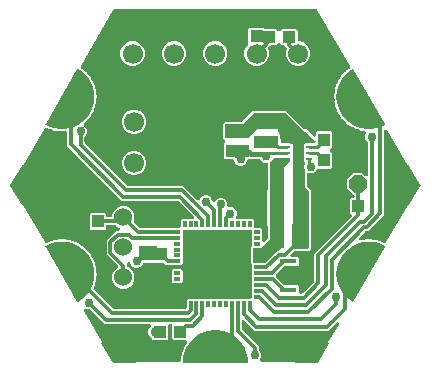
<source format=gbr>
G04 EAGLE Gerber RS-274X export*
G75*
%MOMM*%
%FSLAX34Y34*%
%LPD*%
%INBottom Copper*%
%IPPOS*%
%AMOC8*
5,1,8,0,0,1.08239X$1,22.5*%
G01*
%ADD10C,1.000000*%
%ADD11R,1.000000X1.100000*%
%ADD12R,1.100000X1.000000*%
%ADD13C,1.700000*%
%ADD14R,0.500000X0.250000*%
%ADD15R,0.900000X1.600000*%
%ADD16R,1.399997X0.400000*%
%ADD17P,1.649562X8X22.500000*%
%ADD18R,1.300000X1.500000*%
%ADD19R,1.500000X1.300000*%
%ADD20C,1.524000*%
%ADD21R,0.550000X0.300000*%
%ADD22R,0.300000X0.550000*%
%ADD23R,5.600000X5.600000*%
%ADD24C,0.304800*%
%ADD25C,0.756400*%
%ADD26C,0.406400*%
%ADD27C,0.254000*%
%ADD28C,0.609600*%

G36*
X73142Y59292D02*
X73142Y59292D01*
X73241Y59295D01*
X73299Y59312D01*
X73359Y59320D01*
X73451Y59356D01*
X73546Y59384D01*
X73599Y59414D01*
X73655Y59437D01*
X73735Y59495D01*
X73820Y59545D01*
X73896Y59612D01*
X73912Y59624D01*
X73920Y59633D01*
X73941Y59652D01*
X83636Y69346D01*
X83697Y69425D01*
X83765Y69497D01*
X83788Y69538D01*
X83800Y69553D01*
X83805Y69564D01*
X83831Y69598D01*
X83870Y69689D01*
X83918Y69775D01*
X83933Y69834D01*
X83957Y69889D01*
X83973Y69987D01*
X83998Y70083D01*
X84004Y70183D01*
X84007Y70204D01*
X84006Y70216D01*
X84008Y70244D01*
X84008Y93098D01*
X115331Y124421D01*
X115404Y124515D01*
X115483Y124604D01*
X115501Y124640D01*
X115526Y124672D01*
X115573Y124782D01*
X115627Y124888D01*
X115636Y124927D01*
X115652Y124964D01*
X115671Y125082D01*
X115697Y125198D01*
X115696Y125238D01*
X115702Y125278D01*
X115691Y125397D01*
X115687Y125516D01*
X115676Y125555D01*
X115672Y125595D01*
X115632Y125707D01*
X115599Y125821D01*
X115578Y125856D01*
X115565Y125894D01*
X115498Y125993D01*
X115437Y126095D01*
X115398Y126140D01*
X115386Y126157D01*
X115371Y126171D01*
X115331Y126216D01*
X113934Y127613D01*
X113934Y139087D01*
X114976Y140129D01*
X116641Y140129D01*
X116759Y140144D01*
X116877Y140151D01*
X116916Y140164D01*
X116956Y140169D01*
X117067Y140212D01*
X117180Y140249D01*
X117214Y140271D01*
X117252Y140286D01*
X117348Y140355D01*
X117449Y140419D01*
X117476Y140449D01*
X117509Y140472D01*
X117585Y140564D01*
X117667Y140651D01*
X117686Y140686D01*
X117712Y140717D01*
X117763Y140825D01*
X117820Y140929D01*
X117830Y140969D01*
X117847Y141005D01*
X117870Y141122D01*
X117900Y141237D01*
X117903Y141297D01*
X117907Y141317D01*
X117906Y141338D01*
X117910Y141398D01*
X117910Y141732D01*
X117895Y141850D01*
X117887Y141969D01*
X117875Y142007D01*
X117870Y142048D01*
X117826Y142158D01*
X117789Y142271D01*
X117768Y142306D01*
X117753Y142343D01*
X117683Y142439D01*
X117619Y142540D01*
X117590Y142568D01*
X117566Y142601D01*
X117474Y142677D01*
X117388Y142758D01*
X117352Y142778D01*
X117321Y142803D01*
X117213Y142854D01*
X117109Y142912D01*
X117070Y142922D01*
X117033Y142939D01*
X116917Y142961D01*
X116801Y142991D01*
X116765Y142993D01*
X111251Y148507D01*
X111251Y156293D01*
X116757Y161799D01*
X124543Y161799D01*
X127147Y159195D01*
X127256Y159110D01*
X127363Y159021D01*
X127382Y159013D01*
X127398Y159000D01*
X127526Y158945D01*
X127651Y158886D01*
X127671Y158882D01*
X127690Y158874D01*
X127828Y158852D01*
X127964Y158826D01*
X127984Y158827D01*
X128004Y158824D01*
X128143Y158837D01*
X128281Y158846D01*
X128300Y158852D01*
X128320Y158854D01*
X128452Y158901D01*
X128583Y158944D01*
X128601Y158955D01*
X128620Y158962D01*
X128735Y159040D01*
X128852Y159114D01*
X128866Y159129D01*
X128883Y159140D01*
X128975Y159244D01*
X129070Y159346D01*
X129080Y159363D01*
X129093Y159379D01*
X129157Y159503D01*
X129224Y159624D01*
X129229Y159644D01*
X129238Y159662D01*
X129268Y159798D01*
X129303Y159932D01*
X129305Y159960D01*
X129308Y159972D01*
X129307Y159993D01*
X129313Y160093D01*
X129313Y187000D01*
X129301Y187099D01*
X129298Y187198D01*
X129287Y187235D01*
X129287Y187242D01*
X129280Y187261D01*
X129273Y187316D01*
X129237Y187408D01*
X129209Y187503D01*
X129193Y187532D01*
X129189Y187544D01*
X129174Y187567D01*
X129156Y187612D01*
X129098Y187692D01*
X129048Y187777D01*
X129024Y187805D01*
X129018Y187813D01*
X129007Y187824D01*
X128982Y187852D01*
X128970Y187869D01*
X128960Y187877D01*
X128942Y187898D01*
X127902Y188938D01*
X127055Y190981D01*
X127055Y193194D01*
X127790Y194967D01*
X127803Y195015D01*
X127824Y195060D01*
X127845Y195168D01*
X127874Y195274D01*
X127875Y195324D01*
X127884Y195373D01*
X127877Y195482D01*
X127879Y195592D01*
X127867Y195641D01*
X127864Y195690D01*
X127831Y195794D01*
X127805Y195901D01*
X127782Y195945D01*
X127766Y195993D01*
X127708Y196085D01*
X127656Y196183D01*
X127623Y196219D01*
X127596Y196261D01*
X127516Y196337D01*
X127442Y196418D01*
X127401Y196445D01*
X127365Y196479D01*
X127268Y196532D01*
X127183Y196588D01*
X127083Y196665D01*
X126962Y196759D01*
X126958Y196761D01*
X126955Y196763D01*
X126814Y196823D01*
X126670Y196886D01*
X126666Y196886D01*
X126662Y196888D01*
X126505Y196922D01*
X124821Y197176D01*
X124817Y197176D01*
X124813Y197177D01*
X124658Y197180D01*
X124503Y197184D01*
X124499Y197183D01*
X124495Y197183D01*
X124345Y197148D01*
X124284Y197133D01*
X123589Y197348D01*
X123574Y197351D01*
X123561Y197356D01*
X123404Y197390D01*
X122688Y197498D01*
X122647Y197542D01*
X122644Y197544D01*
X122641Y197547D01*
X122508Y197628D01*
X122377Y197710D01*
X122373Y197712D01*
X122370Y197714D01*
X122219Y197771D01*
X120592Y198273D01*
X120588Y198274D01*
X120585Y198276D01*
X120434Y198301D01*
X120279Y198328D01*
X120275Y198328D01*
X120271Y198329D01*
X120119Y198316D01*
X120055Y198311D01*
X119399Y198627D01*
X119386Y198632D01*
X119373Y198639D01*
X119223Y198696D01*
X118531Y198910D01*
X118497Y198959D01*
X118494Y198962D01*
X118491Y198965D01*
X118375Y199063D01*
X118255Y199166D01*
X118252Y199168D01*
X118248Y199170D01*
X118108Y199249D01*
X116574Y199989D01*
X116570Y199990D01*
X116567Y199992D01*
X116419Y200040D01*
X116273Y200090D01*
X116269Y200090D01*
X116265Y200091D01*
X116110Y200101D01*
X116048Y200106D01*
X115447Y200516D01*
X115435Y200523D01*
X115423Y200532D01*
X115283Y200611D01*
X114631Y200925D01*
X114604Y200979D01*
X114602Y200982D01*
X114600Y200986D01*
X114497Y201103D01*
X114396Y201219D01*
X114393Y201222D01*
X114390Y201225D01*
X114263Y201324D01*
X112857Y202283D01*
X112853Y202285D01*
X112850Y202288D01*
X112711Y202358D01*
X112574Y202428D01*
X112570Y202429D01*
X112566Y202431D01*
X112415Y202464D01*
X112354Y202478D01*
X111821Y202973D01*
X111809Y202981D01*
X111800Y202992D01*
X111673Y203091D01*
X111075Y203499D01*
X111057Y203556D01*
X111054Y203560D01*
X111053Y203564D01*
X110970Y203693D01*
X110887Y203825D01*
X110884Y203828D01*
X110881Y203831D01*
X110771Y203948D01*
X109523Y205107D01*
X109520Y205109D01*
X109517Y205112D01*
X109390Y205202D01*
X109265Y205292D01*
X109261Y205294D01*
X109257Y205296D01*
X109111Y205352D01*
X109055Y205374D01*
X108601Y205943D01*
X108591Y205953D01*
X108583Y205965D01*
X108472Y206082D01*
X107942Y206574D01*
X107932Y206634D01*
X107931Y206637D01*
X107930Y206641D01*
X107866Y206784D01*
X107804Y206925D01*
X107802Y206928D01*
X107800Y206932D01*
X107708Y207064D01*
X106647Y208395D01*
X106644Y208398D01*
X106642Y208402D01*
X106529Y208510D01*
X106419Y208617D01*
X106416Y208619D01*
X106413Y208622D01*
X106276Y208699D01*
X106224Y208729D01*
X105860Y209360D01*
X105852Y209371D01*
X105846Y209384D01*
X105753Y209516D01*
X105303Y210082D01*
X105302Y210142D01*
X105301Y210146D01*
X105301Y210150D01*
X105259Y210300D01*
X105219Y210449D01*
X105217Y210453D01*
X105216Y210457D01*
X105144Y210601D01*
X104293Y212076D01*
X104291Y212079D01*
X104289Y212083D01*
X104195Y212206D01*
X104101Y212329D01*
X104098Y212332D01*
X104095Y212335D01*
X103972Y212432D01*
X103925Y212469D01*
X103659Y213147D01*
X103652Y213159D01*
X103648Y213173D01*
X103577Y213318D01*
X103215Y213944D01*
X103223Y214004D01*
X103223Y214008D01*
X103224Y214012D01*
X103205Y214165D01*
X103187Y214320D01*
X103186Y214324D01*
X103185Y214328D01*
X103136Y214481D01*
X102514Y216066D01*
X102512Y216070D01*
X102511Y216074D01*
X102437Y216209D01*
X102362Y216345D01*
X102359Y216348D01*
X102357Y216352D01*
X102252Y216463D01*
X102209Y216510D01*
X102047Y217219D01*
X102042Y217233D01*
X102040Y217247D01*
X101991Y217401D01*
X101727Y218074D01*
X101744Y218132D01*
X101744Y218136D01*
X101745Y218140D01*
X101749Y218292D01*
X101755Y218450D01*
X101754Y218454D01*
X101754Y218458D01*
X101728Y218617D01*
X101350Y220277D01*
X101349Y220281D01*
X101348Y220285D01*
X101295Y220429D01*
X101241Y220576D01*
X101239Y220579D01*
X101237Y220583D01*
X101150Y220708D01*
X101114Y220761D01*
X101060Y221487D01*
X101057Y221501D01*
X101057Y221516D01*
X101032Y221675D01*
X100871Y222380D01*
X100896Y222435D01*
X100897Y222439D01*
X100899Y222442D01*
X100926Y222594D01*
X100954Y222747D01*
X100954Y222751D01*
X100955Y222755D01*
X100953Y222916D01*
X100826Y224614D01*
X100826Y224618D01*
X100826Y224623D01*
X100794Y224774D01*
X100763Y224926D01*
X100761Y224930D01*
X100761Y224934D01*
X100693Y225071D01*
X100665Y225129D01*
X100720Y225854D01*
X100719Y225868D01*
X100722Y225883D01*
X100720Y226044D01*
X100666Y226765D01*
X100699Y226815D01*
X100700Y226819D01*
X100703Y226823D01*
X100752Y226966D01*
X100803Y227116D01*
X100804Y227120D01*
X100805Y227124D01*
X100827Y227283D01*
X100955Y228981D01*
X100955Y228985D01*
X100956Y228989D01*
X100947Y229142D01*
X100939Y229299D01*
X100938Y229303D01*
X100938Y229307D01*
X100891Y229454D01*
X100872Y229514D01*
X101034Y230223D01*
X101036Y230238D01*
X101040Y230251D01*
X101063Y230411D01*
X101117Y231132D01*
X101157Y231177D01*
X101159Y231180D01*
X101162Y231183D01*
X101233Y231322D01*
X101305Y231458D01*
X101306Y231462D01*
X101308Y231466D01*
X101354Y231620D01*
X101733Y233280D01*
X101734Y233284D01*
X101735Y233288D01*
X101749Y233439D01*
X101765Y233597D01*
X101764Y233601D01*
X101764Y233605D01*
X101740Y233757D01*
X101731Y233819D01*
X101997Y234496D01*
X102000Y234510D01*
X102007Y234523D01*
X102053Y234678D01*
X102214Y235383D01*
X102260Y235421D01*
X102263Y235424D01*
X102266Y235427D01*
X102358Y235555D01*
X102448Y235677D01*
X102450Y235681D01*
X102452Y235685D01*
X102521Y235830D01*
X103143Y237415D01*
X103144Y237419D01*
X103146Y237423D01*
X103182Y237568D01*
X103222Y237723D01*
X103222Y237728D01*
X103223Y237732D01*
X103221Y237884D01*
X103221Y237948D01*
X103585Y238578D01*
X103591Y238592D01*
X103599Y238603D01*
X103667Y238749D01*
X103932Y239423D01*
X103984Y239454D01*
X103986Y239457D01*
X103990Y239459D01*
X104098Y239568D01*
X104208Y239679D01*
X104210Y239683D01*
X104213Y239686D01*
X104302Y239820D01*
X105154Y241294D01*
X105156Y241298D01*
X105158Y241301D01*
X105217Y241443D01*
X105277Y241587D01*
X105278Y241591D01*
X105279Y241595D01*
X105301Y241744D01*
X105310Y241810D01*
X105764Y242378D01*
X105772Y242391D01*
X105782Y242401D01*
X105871Y242535D01*
X106233Y243162D01*
X106289Y243184D01*
X106292Y243187D01*
X106296Y243188D01*
X106419Y243281D01*
X106544Y243374D01*
X106547Y243377D01*
X106550Y243379D01*
X106658Y243499D01*
X107720Y244829D01*
X107722Y244833D01*
X107725Y244836D01*
X107805Y244968D01*
X107886Y245101D01*
X107887Y245105D01*
X107889Y245108D01*
X107933Y245256D01*
X107952Y245316D01*
X108485Y245811D01*
X108494Y245822D01*
X108506Y245831D01*
X108614Y245950D01*
X109066Y246516D01*
X109124Y246530D01*
X109128Y246532D01*
X109132Y246533D01*
X109268Y246606D01*
X109405Y246679D01*
X109408Y246682D01*
X109411Y246684D01*
X109536Y246785D01*
X110785Y247943D01*
X110787Y247946D01*
X110791Y247949D01*
X110889Y248068D01*
X110989Y248187D01*
X110991Y248191D01*
X110993Y248194D01*
X111058Y248331D01*
X111086Y248390D01*
X111687Y248799D01*
X111698Y248809D01*
X111711Y248816D01*
X111836Y248918D01*
X112366Y249410D01*
X112426Y249415D01*
X112430Y249416D01*
X112434Y249417D01*
X112581Y249470D01*
X112726Y249521D01*
X112730Y249523D01*
X112733Y249525D01*
X112872Y249607D01*
X113657Y250141D01*
X113711Y250189D01*
X113771Y250229D01*
X113829Y250294D01*
X113895Y250352D01*
X113935Y250412D01*
X113984Y250465D01*
X114024Y250542D01*
X114073Y250615D01*
X114098Y250683D01*
X114131Y250747D01*
X114151Y250832D01*
X114181Y250914D01*
X114188Y250986D01*
X114204Y251056D01*
X114202Y251144D01*
X114211Y251231D01*
X114199Y251302D01*
X114198Y251374D01*
X114174Y251458D01*
X114161Y251545D01*
X114132Y251611D01*
X114113Y251681D01*
X114041Y251825D01*
X86486Y299550D01*
X86422Y299634D01*
X86366Y299724D01*
X86327Y299761D01*
X86294Y299803D01*
X86211Y299869D01*
X86134Y299942D01*
X86087Y299968D01*
X86045Y300001D01*
X85948Y300044D01*
X85856Y300095D01*
X85804Y300109D01*
X85754Y300130D01*
X85650Y300148D01*
X85548Y300175D01*
X85462Y300180D01*
X85441Y300184D01*
X85425Y300182D01*
X85387Y300185D01*
X-85304Y300185D01*
X-85409Y300172D01*
X-85515Y300167D01*
X-85567Y300152D01*
X-85620Y300145D01*
X-85718Y300106D01*
X-85819Y300076D01*
X-85866Y300048D01*
X-85916Y300028D01*
X-86001Y299966D01*
X-86092Y299911D01*
X-86129Y299873D01*
X-86173Y299841D01*
X-86240Y299760D01*
X-86314Y299684D01*
X-86362Y299613D01*
X-86376Y299596D01*
X-86382Y299582D01*
X-86404Y299550D01*
X-113909Y251908D01*
X-113937Y251841D01*
X-113974Y251780D01*
X-113998Y251696D01*
X-114032Y251615D01*
X-114043Y251543D01*
X-114063Y251474D01*
X-114066Y251387D01*
X-114079Y251300D01*
X-114071Y251228D01*
X-114074Y251156D01*
X-114055Y251071D01*
X-114046Y250984D01*
X-114021Y250916D01*
X-114005Y250846D01*
X-113965Y250768D01*
X-113935Y250686D01*
X-113894Y250627D01*
X-113861Y250562D01*
X-113804Y250496D01*
X-113754Y250424D01*
X-113699Y250377D01*
X-113652Y250323D01*
X-113525Y250224D01*
X-112618Y249607D01*
X-112614Y249605D01*
X-112611Y249602D01*
X-112471Y249532D01*
X-112335Y249462D01*
X-112331Y249461D01*
X-112327Y249459D01*
X-112173Y249425D01*
X-112115Y249413D01*
X-111582Y248918D01*
X-111570Y248909D01*
X-111560Y248898D01*
X-111433Y248799D01*
X-110835Y248392D01*
X-110817Y248335D01*
X-110815Y248332D01*
X-110813Y248328D01*
X-110730Y248198D01*
X-110647Y248066D01*
X-110644Y248063D01*
X-110642Y248060D01*
X-110531Y247943D01*
X-109282Y246785D01*
X-109279Y246783D01*
X-109276Y246780D01*
X-109150Y246691D01*
X-109024Y246600D01*
X-109020Y246599D01*
X-109017Y246596D01*
X-108872Y246541D01*
X-108814Y246519D01*
X-108360Y245950D01*
X-108350Y245940D01*
X-108342Y245928D01*
X-108231Y245811D01*
X-107700Y245319D01*
X-107691Y245260D01*
X-107689Y245256D01*
X-107688Y245252D01*
X-107626Y245112D01*
X-107563Y244968D01*
X-107560Y244965D01*
X-107558Y244961D01*
X-107466Y244829D01*
X-106404Y243499D01*
X-106401Y243496D01*
X-106399Y243492D01*
X-106287Y243384D01*
X-106176Y243277D01*
X-106173Y243275D01*
X-106170Y243272D01*
X-106034Y243195D01*
X-105981Y243165D01*
X-105617Y242535D01*
X-105608Y242523D01*
X-105602Y242510D01*
X-105510Y242378D01*
X-105059Y241813D01*
X-105058Y241753D01*
X-105057Y241749D01*
X-105057Y241744D01*
X-105015Y241596D01*
X-104975Y241446D01*
X-104973Y241442D01*
X-104971Y241438D01*
X-104900Y241294D01*
X-104048Y239820D01*
X-104046Y239816D01*
X-104044Y239813D01*
X-103949Y239689D01*
X-103856Y239566D01*
X-103853Y239564D01*
X-103850Y239560D01*
X-103727Y239464D01*
X-103679Y239427D01*
X-103413Y238749D01*
X-103406Y238737D01*
X-103403Y238723D01*
X-103331Y238578D01*
X-102969Y237952D01*
X-102977Y237892D01*
X-102977Y237888D01*
X-102977Y237884D01*
X-102958Y237728D01*
X-102940Y237576D01*
X-102939Y237573D01*
X-102939Y237568D01*
X-102889Y237415D01*
X-102267Y235830D01*
X-102265Y235827D01*
X-102264Y235823D01*
X-102189Y235688D01*
X-102114Y235551D01*
X-102111Y235548D01*
X-102109Y235545D01*
X-102001Y235430D01*
X-101961Y235387D01*
X-101799Y234678D01*
X-101794Y234664D01*
X-101792Y234650D01*
X-101743Y234496D01*
X-101478Y233823D01*
X-101495Y233765D01*
X-101495Y233761D01*
X-101496Y233757D01*
X-101500Y233603D01*
X-101506Y233447D01*
X-101505Y233443D01*
X-101505Y233439D01*
X-101479Y233280D01*
X-101100Y231620D01*
X-101098Y231616D01*
X-101098Y231612D01*
X-101043Y231466D01*
X-100991Y231322D01*
X-100988Y231318D01*
X-100987Y231314D01*
X-100897Y231185D01*
X-100863Y231136D01*
X-100809Y230411D01*
X-100806Y230396D01*
X-100806Y230382D01*
X-100780Y230223D01*
X-100619Y229518D01*
X-100644Y229463D01*
X-100645Y229459D01*
X-100647Y229455D01*
X-100674Y229305D01*
X-100703Y229150D01*
X-100702Y229146D01*
X-100703Y229142D01*
X-100701Y228981D01*
X-100573Y227283D01*
X-100573Y227279D01*
X-100573Y227275D01*
X-100540Y227120D01*
X-100510Y226972D01*
X-100508Y226968D01*
X-100507Y226964D01*
X-100439Y226825D01*
X-100412Y226769D01*
X-100466Y226044D01*
X-100465Y226029D01*
X-100468Y226015D01*
X-100466Y225854D01*
X-100411Y225132D01*
X-100445Y225082D01*
X-100446Y225078D01*
X-100448Y225075D01*
X-100499Y224926D01*
X-100549Y224782D01*
X-100549Y224778D01*
X-100550Y224774D01*
X-100572Y224614D01*
X-100699Y222916D01*
X-100699Y222912D01*
X-100700Y222908D01*
X-100691Y222753D01*
X-100683Y222599D01*
X-100682Y222595D01*
X-100681Y222591D01*
X-100634Y222444D01*
X-100616Y222384D01*
X-100778Y221675D01*
X-100779Y221660D01*
X-100784Y221646D01*
X-100806Y221487D01*
X-100860Y220765D01*
X-100900Y220721D01*
X-100902Y220717D01*
X-100905Y220714D01*
X-100976Y220576D01*
X-101048Y220439D01*
X-101049Y220435D01*
X-101050Y220431D01*
X-101096Y220277D01*
X-101474Y218617D01*
X-101475Y218613D01*
X-101476Y218609D01*
X-101491Y218454D01*
X-101506Y218300D01*
X-101505Y218296D01*
X-101505Y218292D01*
X-101481Y218139D01*
X-101472Y218078D01*
X-101737Y217401D01*
X-101741Y217387D01*
X-101747Y217374D01*
X-101793Y217219D01*
X-101954Y216514D01*
X-102000Y216476D01*
X-102003Y216472D01*
X-102006Y216470D01*
X-102097Y216344D01*
X-102188Y216219D01*
X-102190Y216215D01*
X-102192Y216212D01*
X-102260Y216066D01*
X-102882Y214481D01*
X-102883Y214477D01*
X-102885Y214473D01*
X-102923Y214320D01*
X-102960Y214173D01*
X-102960Y214169D01*
X-102961Y214165D01*
X-102959Y214009D01*
X-102959Y213948D01*
X-103323Y213318D01*
X-103329Y213304D01*
X-103337Y213292D01*
X-103405Y213147D01*
X-103669Y212473D01*
X-103721Y212442D01*
X-103724Y212439D01*
X-103727Y212437D01*
X-103834Y212328D01*
X-103945Y212216D01*
X-103947Y212213D01*
X-103950Y212210D01*
X-104039Y212076D01*
X-104890Y210601D01*
X-104892Y210597D01*
X-104894Y210594D01*
X-104954Y210449D01*
X-105013Y210308D01*
X-105014Y210304D01*
X-105015Y210300D01*
X-105037Y210146D01*
X-105046Y210085D01*
X-105499Y209517D01*
X-105507Y209504D01*
X-105517Y209494D01*
X-105606Y209360D01*
X-105968Y208733D01*
X-106024Y208710D01*
X-106027Y208707D01*
X-106031Y208706D01*
X-106153Y208614D01*
X-106279Y208520D01*
X-106282Y208517D01*
X-106285Y208515D01*
X-106393Y208395D01*
X-107454Y207064D01*
X-107456Y207060D01*
X-107459Y207057D01*
X-107539Y206925D01*
X-107620Y206792D01*
X-107621Y206788D01*
X-107623Y206785D01*
X-107666Y206639D01*
X-107685Y206577D01*
X-108218Y206082D01*
X-108228Y206071D01*
X-108239Y206062D01*
X-108347Y205943D01*
X-108798Y205377D01*
X-108857Y205363D01*
X-108860Y205361D01*
X-108864Y205360D01*
X-109002Y205286D01*
X-109137Y205213D01*
X-109141Y205210D01*
X-109144Y205209D01*
X-109269Y205107D01*
X-110517Y203948D01*
X-110519Y203945D01*
X-110523Y203943D01*
X-110622Y203823D01*
X-110721Y203704D01*
X-110722Y203701D01*
X-110725Y203697D01*
X-110791Y203556D01*
X-110818Y203501D01*
X-110876Y203462D01*
X-110883Y203455D01*
X-110892Y203451D01*
X-111002Y203350D01*
X-111114Y203251D01*
X-111120Y203243D01*
X-111127Y203236D01*
X-111209Y203111D01*
X-111293Y202987D01*
X-111296Y202978D01*
X-111301Y202970D01*
X-111349Y202829D01*
X-111400Y202688D01*
X-111401Y202678D01*
X-111404Y202669D01*
X-111415Y202521D01*
X-111429Y202371D01*
X-111428Y202362D01*
X-111429Y202352D01*
X-111405Y202215D01*
X-111404Y202212D01*
X-111403Y202207D01*
X-111403Y202206D01*
X-111379Y202057D01*
X-111375Y202048D01*
X-111374Y202039D01*
X-111320Y201921D01*
X-111316Y201906D01*
X-111306Y201890D01*
X-111252Y201766D01*
X-111247Y201758D01*
X-111243Y201749D01*
X-111170Y201659D01*
X-111154Y201632D01*
X-111105Y201576D01*
X-111057Y201515D01*
X-111050Y201509D01*
X-111044Y201501D01*
X-111021Y201484D01*
X-109305Y199769D01*
X-108459Y197725D01*
X-108459Y195513D01*
X-109305Y193469D01*
X-110345Y192429D01*
X-110406Y192351D01*
X-110474Y192279D01*
X-110503Y192226D01*
X-110540Y192178D01*
X-110579Y192087D01*
X-110627Y192000D01*
X-110642Y191942D01*
X-110666Y191886D01*
X-110682Y191788D01*
X-110707Y191692D01*
X-110713Y191592D01*
X-110716Y191572D01*
X-110715Y191560D01*
X-110717Y191532D01*
X-110717Y187400D01*
X-110704Y187302D01*
X-110701Y187203D01*
X-110684Y187145D01*
X-110677Y187084D01*
X-110640Y186992D01*
X-110613Y186897D01*
X-110582Y186845D01*
X-110560Y186789D01*
X-110502Y186709D01*
X-110451Y186623D01*
X-110385Y186548D01*
X-110373Y186531D01*
X-110364Y186524D01*
X-110345Y186502D01*
X-74923Y151081D01*
X-74845Y151020D01*
X-74773Y150952D01*
X-74720Y150923D01*
X-74672Y150886D01*
X-74581Y150846D01*
X-74494Y150799D01*
X-74436Y150783D01*
X-74380Y150759D01*
X-74282Y150744D01*
X-74186Y150719D01*
X-74086Y150713D01*
X-74066Y150710D01*
X-74054Y150711D01*
X-74026Y150709D01*
X-27144Y150709D01*
X-15116Y138680D01*
X-15076Y138650D01*
X-15043Y138613D01*
X-14951Y138553D01*
X-14864Y138485D01*
X-14819Y138466D01*
X-14777Y138438D01*
X-14674Y138403D01*
X-14573Y138359D01*
X-14523Y138351D01*
X-14477Y138335D01*
X-14367Y138327D01*
X-14259Y138309D01*
X-14209Y138314D01*
X-14160Y138310D01*
X-14051Y138329D01*
X-13942Y138339D01*
X-13895Y138356D01*
X-13846Y138364D01*
X-13746Y138410D01*
X-13643Y138447D01*
X-13602Y138475D01*
X-13556Y138495D01*
X-13470Y138564D01*
X-13380Y138625D01*
X-13347Y138663D01*
X-13308Y138694D01*
X-13242Y138781D01*
X-13169Y138864D01*
X-13146Y138908D01*
X-13117Y138948D01*
X-13046Y139092D01*
X-12652Y140043D01*
X-11087Y141608D01*
X-9044Y142454D01*
X-6831Y142454D01*
X-4788Y141608D01*
X-3223Y140043D01*
X-2355Y137947D01*
X-2286Y137826D01*
X-2221Y137703D01*
X-2207Y137688D01*
X-2197Y137671D01*
X-2101Y137571D01*
X-2007Y137468D01*
X-1990Y137457D01*
X-1976Y137442D01*
X-1858Y137370D01*
X-1741Y137293D01*
X-1722Y137287D01*
X-1705Y137276D01*
X-1572Y137235D01*
X-1441Y137190D01*
X-1420Y137189D01*
X-1401Y137183D01*
X-1262Y137176D01*
X-1124Y137165D01*
X-1104Y137168D01*
X-1083Y137167D01*
X-947Y137196D01*
X-810Y137219D01*
X-792Y137228D01*
X-772Y137232D01*
X-647Y137293D01*
X-520Y137350D01*
X-505Y137363D01*
X-486Y137371D01*
X-381Y137462D01*
X-272Y137549D01*
X-260Y137565D01*
X-244Y137578D01*
X-164Y137692D01*
X-81Y137803D01*
X-68Y137828D01*
X-61Y137838D01*
X-54Y137857D01*
X-10Y137947D01*
X48Y138087D01*
X1613Y139652D01*
X3656Y140498D01*
X5869Y140498D01*
X7912Y139652D01*
X9477Y138087D01*
X10323Y136044D01*
X10323Y133830D01*
X10338Y133712D01*
X10346Y133593D01*
X10358Y133555D01*
X10363Y133514D01*
X10407Y133404D01*
X10444Y133291D01*
X10465Y133256D01*
X10480Y133219D01*
X10550Y133123D01*
X10614Y133022D01*
X10643Y132994D01*
X10667Y132961D01*
X10759Y132885D01*
X10845Y132804D01*
X10881Y132784D01*
X10912Y132759D01*
X11020Y132708D01*
X11124Y132650D01*
X11163Y132640D01*
X11200Y132623D01*
X11316Y132601D01*
X11432Y132571D01*
X11492Y132567D01*
X11512Y132563D01*
X11532Y132565D01*
X11592Y132561D01*
X13806Y132561D01*
X15850Y131714D01*
X17414Y130150D01*
X18261Y128106D01*
X18261Y125894D01*
X17568Y124221D01*
X17555Y124173D01*
X17534Y124128D01*
X17513Y124021D01*
X17484Y123914D01*
X17483Y123865D01*
X17474Y123816D01*
X17481Y123706D01*
X17479Y123596D01*
X17490Y123548D01*
X17494Y123499D01*
X17527Y123394D01*
X17553Y123287D01*
X17576Y123243D01*
X17592Y123196D01*
X17650Y123103D01*
X17702Y123006D01*
X17735Y122969D01*
X17762Y122927D01*
X17842Y122852D01*
X17916Y122771D01*
X17957Y122743D01*
X17993Y122709D01*
X18090Y122656D01*
X18181Y122596D01*
X18228Y122580D01*
X18272Y122556D01*
X18378Y122528D01*
X18482Y122493D01*
X18532Y122489D01*
X18580Y122476D01*
X18740Y122466D01*
X31331Y122466D01*
X32373Y121424D01*
X32373Y116192D01*
X32388Y116074D01*
X32396Y115956D01*
X32408Y115917D01*
X32413Y115877D01*
X32457Y115766D01*
X32494Y115653D01*
X32515Y115619D01*
X32530Y115581D01*
X32600Y115485D01*
X32664Y115384D01*
X32693Y115357D01*
X32717Y115324D01*
X32809Y115248D01*
X32895Y115166D01*
X32931Y115147D01*
X32962Y115121D01*
X33070Y115070D01*
X33174Y115013D01*
X33213Y115003D01*
X33250Y114986D01*
X33366Y114963D01*
X33482Y114933D01*
X33542Y114930D01*
X33562Y114926D01*
X33582Y114927D01*
X33642Y114923D01*
X38874Y114923D01*
X39916Y113881D01*
X39916Y104442D01*
X39934Y104305D01*
X39947Y104166D01*
X39954Y104147D01*
X39956Y104126D01*
X40007Y103998D01*
X40054Y103866D01*
X40066Y103850D01*
X40073Y103831D01*
X40155Y103718D01*
X40233Y103603D01*
X40248Y103590D01*
X40260Y103573D01*
X40367Y103485D01*
X40471Y103393D01*
X40489Y103384D01*
X40505Y103371D01*
X40631Y103311D01*
X40755Y103248D01*
X40774Y103244D01*
X40793Y103235D01*
X40929Y103209D01*
X41065Y103179D01*
X41085Y103179D01*
X41105Y103175D01*
X41243Y103184D01*
X41383Y103188D01*
X41402Y103194D01*
X41422Y103195D01*
X41554Y103238D01*
X41688Y103277D01*
X41706Y103287D01*
X41725Y103293D01*
X41843Y103368D01*
X41962Y103438D01*
X41983Y103457D01*
X41994Y103463D01*
X42008Y103478D01*
X42083Y103545D01*
X44205Y105666D01*
X44265Y105744D01*
X44333Y105816D01*
X44362Y105869D01*
X44399Y105917D01*
X44439Y106008D01*
X44487Y106095D01*
X44502Y106154D01*
X44526Y106209D01*
X44541Y106307D01*
X44566Y106403D01*
X44572Y106503D01*
X44576Y106523D01*
X44574Y106536D01*
X44576Y106564D01*
X44576Y115336D01*
X44564Y115435D01*
X44561Y115534D01*
X44544Y115592D01*
X44536Y115652D01*
X44500Y115744D01*
X44472Y115839D01*
X44442Y115891D01*
X44419Y115948D01*
X44361Y116028D01*
X44311Y116113D01*
X44245Y116188D01*
X44233Y116205D01*
X44223Y116213D01*
X44204Y116234D01*
X44134Y116305D01*
X44134Y147004D01*
X44204Y147075D01*
X44265Y147153D01*
X44333Y147226D01*
X44362Y147279D01*
X44399Y147326D01*
X44439Y147417D01*
X44487Y147504D01*
X44502Y147563D01*
X44526Y147618D01*
X44541Y147716D01*
X44566Y147812D01*
X44572Y147912D01*
X44576Y147932D01*
X44574Y147945D01*
X44576Y147973D01*
X44576Y168660D01*
X44561Y168778D01*
X44554Y168897D01*
X44541Y168935D01*
X44536Y168976D01*
X44493Y169086D01*
X44456Y169200D01*
X44434Y169234D01*
X44419Y169271D01*
X44350Y169368D01*
X44286Y169468D01*
X44256Y169496D01*
X44233Y169529D01*
X44141Y169605D01*
X44054Y169686D01*
X44019Y169706D01*
X43988Y169731D01*
X43880Y169782D01*
X43776Y169840D01*
X43736Y169850D01*
X43700Y169867D01*
X43583Y169889D01*
X43468Y169919D01*
X43408Y169923D01*
X43388Y169927D01*
X43367Y169926D01*
X43307Y169929D01*
X42020Y169929D01*
X39976Y170776D01*
X38412Y172340D01*
X38285Y172646D01*
X38271Y172671D01*
X38262Y172700D01*
X38192Y172809D01*
X38128Y172922D01*
X38107Y172943D01*
X38092Y172968D01*
X37997Y173057D01*
X37907Y173150D01*
X37881Y173166D01*
X37860Y173186D01*
X37746Y173249D01*
X37635Y173317D01*
X37607Y173325D01*
X37581Y173340D01*
X37456Y173372D01*
X37332Y173410D01*
X37302Y173412D01*
X37273Y173419D01*
X37113Y173429D01*
X30371Y173429D01*
X30272Y173417D01*
X30173Y173414D01*
X30115Y173397D01*
X30055Y173389D01*
X29963Y173353D01*
X29868Y173326D01*
X29816Y173295D01*
X29759Y173272D01*
X29679Y173214D01*
X29594Y173164D01*
X29560Y173134D01*
X28321Y173134D01*
X28203Y173119D01*
X28084Y173111D01*
X28046Y173099D01*
X28005Y173094D01*
X27895Y173050D01*
X27782Y173013D01*
X27747Y172992D01*
X27710Y172977D01*
X27614Y172907D01*
X27513Y172843D01*
X27485Y172814D01*
X27452Y172790D01*
X27376Y172698D01*
X27295Y172612D01*
X27275Y172576D01*
X27250Y172545D01*
X27199Y172437D01*
X27141Y172333D01*
X27131Y172294D01*
X27114Y172257D01*
X27092Y172141D01*
X27062Y172025D01*
X27058Y171965D01*
X27054Y171945D01*
X27055Y171939D01*
X26205Y169888D01*
X24641Y168323D01*
X22597Y167477D01*
X20385Y167477D01*
X18341Y168323D01*
X16777Y169888D01*
X15918Y171961D01*
X15915Y171983D01*
X15908Y172101D01*
X15895Y172140D01*
X15890Y172180D01*
X15847Y172291D01*
X15810Y172404D01*
X15788Y172438D01*
X15773Y172476D01*
X15704Y172572D01*
X15640Y172673D01*
X15610Y172700D01*
X15587Y172733D01*
X15495Y172809D01*
X15408Y172891D01*
X15373Y172910D01*
X15342Y172936D01*
X15234Y172987D01*
X15130Y173044D01*
X15090Y173054D01*
X15054Y173071D01*
X14937Y173094D01*
X14822Y173124D01*
X14762Y173127D01*
X14742Y173131D01*
X14721Y173130D01*
X14661Y173134D01*
X8551Y173134D01*
X7509Y174176D01*
X7509Y186649D01*
X8183Y187323D01*
X8256Y187417D01*
X8334Y187507D01*
X8353Y187543D01*
X8378Y187574D01*
X8425Y187684D01*
X8479Y187790D01*
X8488Y187829D01*
X8504Y187866D01*
X8523Y187984D01*
X8549Y188100D01*
X8548Y188140D01*
X8554Y188180D01*
X8543Y188299D01*
X8539Y188418D01*
X8528Y188457D01*
X8524Y188497D01*
X8484Y188609D01*
X8451Y188723D01*
X8430Y188758D01*
X8416Y188796D01*
X8350Y188895D01*
X8289Y188997D01*
X8249Y189043D01*
X8238Y189059D01*
X8223Y189073D01*
X8183Y189118D01*
X6476Y190825D01*
X6476Y202875D01*
X8292Y204691D01*
X22054Y204691D01*
X22152Y204704D01*
X22251Y204707D01*
X22309Y204723D01*
X22369Y204731D01*
X22462Y204768D01*
X22557Y204795D01*
X22609Y204826D01*
X22665Y204848D01*
X22745Y204906D01*
X22831Y204957D01*
X22906Y205023D01*
X22922Y205035D01*
X22930Y205044D01*
X22951Y205063D01*
X32075Y214186D01*
X60000Y214186D01*
X75504Y198683D01*
X75582Y198622D01*
X75654Y198554D01*
X75707Y198525D01*
X75755Y198488D01*
X75846Y198449D01*
X75932Y198401D01*
X75991Y198386D01*
X76047Y198362D01*
X76145Y198346D01*
X76240Y198321D01*
X76340Y198315D01*
X76361Y198312D01*
X76373Y198313D01*
X76401Y198311D01*
X77463Y198311D01*
X83130Y192645D01*
X83239Y192559D01*
X83346Y192471D01*
X83365Y192462D01*
X83381Y192450D01*
X83509Y192394D01*
X83634Y192335D01*
X83654Y192331D01*
X83673Y192323D01*
X83811Y192301D01*
X83947Y192275D01*
X83967Y192277D01*
X83987Y192273D01*
X84126Y192286D01*
X84264Y192295D01*
X84283Y192301D01*
X84303Y192303D01*
X84435Y192350D01*
X84566Y192393D01*
X84584Y192404D01*
X84603Y192411D01*
X84718Y192489D01*
X84835Y192563D01*
X84849Y192578D01*
X84866Y192589D01*
X84958Y192694D01*
X85053Y192795D01*
X85063Y192813D01*
X85076Y192828D01*
X85140Y192952D01*
X85207Y193073D01*
X85212Y193093D01*
X85221Y193111D01*
X85251Y193247D01*
X85286Y193381D01*
X85288Y193409D01*
X85291Y193421D01*
X85290Y193442D01*
X85296Y193542D01*
X85296Y195712D01*
X86338Y196754D01*
X97812Y196754D01*
X98854Y195712D01*
X98854Y183238D01*
X97488Y181872D01*
X97415Y181778D01*
X97336Y181689D01*
X97318Y181653D01*
X97293Y181621D01*
X97246Y181512D01*
X97192Y181406D01*
X97183Y181367D01*
X97167Y181329D01*
X97148Y181212D01*
X97122Y181096D01*
X97123Y181055D01*
X97117Y181015D01*
X97128Y180897D01*
X97132Y180778D01*
X97143Y180739D01*
X97147Y180699D01*
X97187Y180587D01*
X97220Y180472D01*
X97241Y180437D01*
X97254Y180399D01*
X97321Y180301D01*
X97382Y180198D01*
X97421Y180153D01*
X97433Y180136D01*
X97448Y180123D01*
X97488Y180077D01*
X98854Y178712D01*
X98854Y166238D01*
X97812Y165196D01*
X87212Y165196D01*
X87183Y165193D01*
X87153Y165195D01*
X87025Y165173D01*
X86896Y165156D01*
X86869Y165146D01*
X86840Y165141D01*
X86721Y165087D01*
X86601Y165039D01*
X86577Y165022D01*
X86550Y165010D01*
X86448Y164929D01*
X86343Y164853D01*
X86324Y164830D01*
X86301Y164811D01*
X86223Y164708D01*
X86140Y164608D01*
X86128Y164581D01*
X86110Y164557D01*
X86039Y164413D01*
X85677Y163538D01*
X84112Y161973D01*
X82069Y161127D01*
X79856Y161127D01*
X79416Y161309D01*
X79368Y161322D01*
X79323Y161343D01*
X79216Y161364D01*
X79109Y161393D01*
X79060Y161394D01*
X79011Y161403D01*
X78901Y161396D01*
X78792Y161398D01*
X78743Y161387D01*
X78694Y161383D01*
X78589Y161350D01*
X78482Y161324D01*
X78438Y161301D01*
X78391Y161285D01*
X78298Y161227D01*
X78201Y161175D01*
X78164Y161142D01*
X78122Y161115D01*
X78047Y161035D01*
X77966Y160961D01*
X77939Y160920D01*
X77904Y160884D01*
X77851Y160787D01*
X77791Y160696D01*
X77775Y160649D01*
X77751Y160605D01*
X77723Y160499D01*
X77688Y160395D01*
X77684Y160345D01*
X77671Y160297D01*
X77661Y160136D01*
X77661Y151014D01*
X77674Y150915D01*
X77677Y150816D01*
X77693Y150758D01*
X77701Y150698D01*
X77738Y150606D01*
X77765Y150511D01*
X77796Y150459D01*
X77818Y150402D01*
X77876Y150322D01*
X77927Y150237D01*
X77993Y150162D01*
X78005Y150145D01*
X78014Y150137D01*
X78033Y150116D01*
X80836Y147313D01*
X80836Y97162D01*
X79050Y95376D01*
X67331Y95376D01*
X67233Y95364D01*
X67134Y95361D01*
X67076Y95344D01*
X67016Y95336D01*
X66924Y95300D01*
X66829Y95272D01*
X66776Y95242D01*
X66720Y95219D01*
X66640Y95161D01*
X66555Y95111D01*
X66479Y95045D01*
X66463Y95033D01*
X66455Y95023D01*
X66434Y95005D01*
X63987Y92558D01*
X63902Y92448D01*
X63813Y92341D01*
X63805Y92323D01*
X63792Y92307D01*
X63737Y92179D01*
X63678Y92053D01*
X63674Y92034D01*
X63666Y92015D01*
X63644Y91877D01*
X63618Y91741D01*
X63619Y91721D01*
X63616Y91701D01*
X63629Y91562D01*
X63638Y91424D01*
X63644Y91404D01*
X63646Y91384D01*
X63693Y91253D01*
X63736Y91121D01*
X63747Y91104D01*
X63754Y91085D01*
X63832Y90970D01*
X63906Y90852D01*
X63921Y90838D01*
X63932Y90822D01*
X64036Y90730D01*
X64138Y90634D01*
X64155Y90625D01*
X64171Y90611D01*
X64295Y90548D01*
X64416Y90481D01*
X64436Y90476D01*
X64454Y90467D01*
X64590Y90436D01*
X64724Y90401D01*
X64752Y90400D01*
X64764Y90397D01*
X64785Y90398D01*
X64885Y90391D01*
X69649Y90391D01*
X70691Y89349D01*
X70691Y83876D01*
X69649Y82834D01*
X59455Y82834D01*
X59357Y82821D01*
X59258Y82818D01*
X59200Y82801D01*
X59140Y82794D01*
X59048Y82757D01*
X58953Y82730D01*
X58900Y82699D01*
X58844Y82677D01*
X58764Y82619D01*
X58679Y82568D01*
X58603Y82502D01*
X58587Y82490D01*
X58579Y82481D01*
X58558Y82462D01*
X51606Y75510D01*
X51533Y75416D01*
X51454Y75327D01*
X51436Y75291D01*
X51411Y75259D01*
X51363Y75149D01*
X51309Y75043D01*
X51301Y75004D01*
X51284Y74967D01*
X51266Y74849D01*
X51240Y74733D01*
X51241Y74693D01*
X51235Y74653D01*
X51246Y74534D01*
X51249Y74415D01*
X51261Y74376D01*
X51264Y74336D01*
X51305Y74224D01*
X51338Y74110D01*
X51358Y74075D01*
X51372Y74037D01*
X51439Y73938D01*
X51499Y73836D01*
X51539Y73791D01*
X51551Y73774D01*
X51566Y73760D01*
X51606Y73715D01*
X58558Y66763D01*
X58636Y66702D01*
X58708Y66634D01*
X58761Y66605D01*
X58809Y66568D01*
X58900Y66529D01*
X58987Y66481D01*
X59045Y66466D01*
X59101Y66442D01*
X59199Y66426D01*
X59295Y66401D01*
X59395Y66395D01*
X59415Y66392D01*
X59427Y66393D01*
X59455Y66391D01*
X69649Y66391D01*
X70691Y65349D01*
X70691Y60549D01*
X70706Y60431D01*
X70714Y60312D01*
X70726Y60274D01*
X70731Y60234D01*
X70775Y60123D01*
X70812Y60010D01*
X70833Y59975D01*
X70848Y59938D01*
X70918Y59842D01*
X70982Y59741D01*
X71011Y59713D01*
X71035Y59680D01*
X71127Y59605D01*
X71213Y59523D01*
X71249Y59503D01*
X71280Y59478D01*
X71388Y59427D01*
X71492Y59369D01*
X71531Y59359D01*
X71568Y59342D01*
X71684Y59320D01*
X71800Y59290D01*
X71860Y59286D01*
X71880Y59282D01*
X71900Y59284D01*
X71960Y59280D01*
X73044Y59280D01*
X73142Y59292D01*
G37*
G36*
X-25372Y46270D02*
X-25372Y46270D01*
X-25254Y46277D01*
X-25215Y46290D01*
X-25175Y46295D01*
X-25064Y46338D01*
X-24951Y46375D01*
X-24917Y46397D01*
X-24879Y46412D01*
X-24783Y46481D01*
X-24682Y46545D01*
X-24655Y46575D01*
X-24622Y46598D01*
X-24546Y46690D01*
X-24464Y46777D01*
X-24445Y46812D01*
X-24419Y46843D01*
X-24368Y46951D01*
X-24311Y47055D01*
X-24301Y47095D01*
X-24284Y47131D01*
X-24261Y47248D01*
X-24231Y47363D01*
X-24228Y47423D01*
X-24224Y47443D01*
X-24225Y47464D01*
X-24221Y47524D01*
X-24221Y52041D01*
X-24207Y52095D01*
X-24201Y52195D01*
X-24198Y52215D01*
X-24199Y52227D01*
X-24197Y52255D01*
X-24197Y53824D01*
X-23155Y54866D01*
X29590Y54866D01*
X29708Y54881D01*
X29826Y54889D01*
X29865Y54901D01*
X29905Y54906D01*
X30016Y54950D01*
X30129Y54987D01*
X30163Y55008D01*
X30201Y55023D01*
X30297Y55093D01*
X30398Y55157D01*
X30425Y55186D01*
X30458Y55210D01*
X30534Y55302D01*
X30616Y55388D01*
X30635Y55424D01*
X30661Y55455D01*
X30712Y55563D01*
X30769Y55667D01*
X30779Y55706D01*
X30796Y55743D01*
X30819Y55859D01*
X30849Y55975D01*
X30852Y56035D01*
X30856Y56055D01*
X30855Y56075D01*
X30859Y56135D01*
X30859Y83366D01*
X30846Y83465D01*
X30843Y83564D01*
X30827Y83622D01*
X30819Y83682D01*
X30782Y83774D01*
X30755Y83869D01*
X30724Y83921D01*
X30702Y83978D01*
X30644Y84058D01*
X30593Y84143D01*
X30527Y84218D01*
X30515Y84235D01*
X30506Y84243D01*
X30487Y84264D01*
X30289Y84462D01*
X30289Y98100D01*
X30487Y98299D01*
X30548Y98377D01*
X30616Y98449D01*
X30645Y98502D01*
X30682Y98550D01*
X30721Y98641D01*
X30769Y98727D01*
X30784Y98786D01*
X30808Y98842D01*
X30824Y98940D01*
X30849Y99035D01*
X30855Y99135D01*
X30858Y99156D01*
X30857Y99168D01*
X30859Y99196D01*
X30859Y112140D01*
X30844Y112258D01*
X30836Y112376D01*
X30824Y112415D01*
X30819Y112455D01*
X30775Y112566D01*
X30738Y112679D01*
X30717Y112713D01*
X30702Y112751D01*
X30632Y112847D01*
X30568Y112948D01*
X30539Y112975D01*
X30515Y113008D01*
X30423Y113084D01*
X30337Y113166D01*
X30301Y113185D01*
X30270Y113211D01*
X30162Y113262D01*
X30058Y113319D01*
X30019Y113329D01*
X29982Y113346D01*
X29866Y113369D01*
X29750Y113399D01*
X29690Y113402D01*
X29670Y113406D01*
X29650Y113405D01*
X29590Y113409D01*
X-26415Y113409D01*
X-26533Y113394D01*
X-26651Y113386D01*
X-26690Y113374D01*
X-26730Y113369D01*
X-26841Y113325D01*
X-26954Y113288D01*
X-26988Y113267D01*
X-27026Y113252D01*
X-27122Y113182D01*
X-27223Y113118D01*
X-27250Y113089D01*
X-27283Y113065D01*
X-27359Y112973D01*
X-27441Y112887D01*
X-27460Y112851D01*
X-27486Y112820D01*
X-27537Y112712D01*
X-27594Y112608D01*
X-27604Y112569D01*
X-27621Y112532D01*
X-27644Y112416D01*
X-27674Y112300D01*
X-27677Y112240D01*
X-27681Y112220D01*
X-27680Y112205D01*
X-27681Y112199D01*
X-27681Y112190D01*
X-27684Y112140D01*
X-27684Y84402D01*
X-28726Y83360D01*
X-30295Y83360D01*
X-30393Y83347D01*
X-30492Y83344D01*
X-30522Y83336D01*
X-41407Y83336D01*
X-43058Y84987D01*
X-43136Y85048D01*
X-43208Y85116D01*
X-43261Y85145D01*
X-43309Y85182D01*
X-43400Y85221D01*
X-43487Y85269D01*
X-43545Y85284D01*
X-43601Y85308D01*
X-43699Y85324D01*
X-43795Y85349D01*
X-43895Y85355D01*
X-43915Y85358D01*
X-43927Y85357D01*
X-43955Y85359D01*
X-60347Y85359D01*
X-60376Y85355D01*
X-60406Y85357D01*
X-60533Y85335D01*
X-60662Y85319D01*
X-60690Y85308D01*
X-60719Y85303D01*
X-60838Y85250D01*
X-60958Y85202D01*
X-60982Y85185D01*
X-61009Y85172D01*
X-61110Y85091D01*
X-61215Y85015D01*
X-61234Y84992D01*
X-61257Y84974D01*
X-61335Y84870D01*
X-61418Y84770D01*
X-61431Y84743D01*
X-61449Y84720D01*
X-61519Y84575D01*
X-61961Y83510D01*
X-63525Y81945D01*
X-65569Y81099D01*
X-67781Y81099D01*
X-69825Y81945D01*
X-71389Y83510D01*
X-72043Y85088D01*
X-72077Y85148D01*
X-72103Y85213D01*
X-72156Y85286D01*
X-72200Y85364D01*
X-72249Y85414D01*
X-72290Y85471D01*
X-72359Y85528D01*
X-72422Y85593D01*
X-72481Y85629D01*
X-72535Y85674D01*
X-72616Y85712D01*
X-72693Y85759D01*
X-72760Y85779D01*
X-72823Y85809D01*
X-72911Y85826D01*
X-72997Y85852D01*
X-73067Y85856D01*
X-73135Y85869D01*
X-73225Y85863D01*
X-73314Y85868D01*
X-73383Y85853D01*
X-73452Y85849D01*
X-73538Y85821D01*
X-73626Y85803D01*
X-73689Y85773D01*
X-73755Y85751D01*
X-73831Y85703D01*
X-73912Y85664D01*
X-73965Y85618D01*
X-74024Y85581D01*
X-74085Y85515D01*
X-74154Y85457D01*
X-74194Y85400D01*
X-74242Y85349D01*
X-74285Y85271D01*
X-74337Y85197D01*
X-74361Y85132D01*
X-74395Y85071D01*
X-74417Y84984D01*
X-74449Y84900D01*
X-74457Y84830D01*
X-74475Y84763D01*
X-74485Y84602D01*
X-74485Y82678D01*
X-74481Y82649D01*
X-74483Y82619D01*
X-74461Y82491D01*
X-74445Y82363D01*
X-74434Y82335D01*
X-74429Y82306D01*
X-74376Y82187D01*
X-74328Y82067D01*
X-74311Y82043D01*
X-74298Y82016D01*
X-74217Y81915D01*
X-74141Y81810D01*
X-74118Y81791D01*
X-74100Y81768D01*
X-73996Y81690D01*
X-73896Y81607D01*
X-73869Y81594D01*
X-73846Y81576D01*
X-73701Y81506D01*
X-72464Y80993D01*
X-69820Y78349D01*
X-68389Y74895D01*
X-68389Y71155D01*
X-69820Y67701D01*
X-72464Y65057D01*
X-75918Y63626D01*
X-79657Y63626D01*
X-83111Y65057D01*
X-85755Y67701D01*
X-87186Y71155D01*
X-87186Y74895D01*
X-85755Y78349D01*
X-83111Y80993D01*
X-83000Y81039D01*
X-82957Y81064D01*
X-82910Y81080D01*
X-82819Y81142D01*
X-82724Y81196D01*
X-82688Y81231D01*
X-82647Y81259D01*
X-82574Y81342D01*
X-82496Y81418D01*
X-82470Y81460D01*
X-82437Y81497D01*
X-82387Y81595D01*
X-82329Y81689D01*
X-82315Y81736D01*
X-82292Y81781D01*
X-82268Y81888D01*
X-82236Y81993D01*
X-82233Y82042D01*
X-82222Y82091D01*
X-82226Y82201D01*
X-82220Y82310D01*
X-82231Y82359D01*
X-82232Y82409D01*
X-82263Y82514D01*
X-82285Y82622D01*
X-82307Y82667D01*
X-82320Y82714D01*
X-82376Y82809D01*
X-82424Y82908D01*
X-82457Y82945D01*
X-82482Y82988D01*
X-82588Y83109D01*
X-92012Y92533D01*
X-92012Y104317D01*
X-83680Y112650D01*
X-81749Y112650D01*
X-81680Y112658D01*
X-81610Y112657D01*
X-81523Y112678D01*
X-81433Y112690D01*
X-81369Y112715D01*
X-81301Y112732D01*
X-81221Y112774D01*
X-81138Y112807D01*
X-81081Y112848D01*
X-81020Y112880D01*
X-80953Y112941D01*
X-80880Y112993D01*
X-80836Y113047D01*
X-80784Y113094D01*
X-80735Y113169D01*
X-80678Y113238D01*
X-80648Y113302D01*
X-80610Y113360D01*
X-80580Y113445D01*
X-80542Y113526D01*
X-80529Y113595D01*
X-80506Y113661D01*
X-80499Y113750D01*
X-80482Y113838D01*
X-80487Y113908D01*
X-80481Y113978D01*
X-80496Y114066D01*
X-80502Y114156D01*
X-80524Y114222D01*
X-80536Y114291D01*
X-80572Y114373D01*
X-80600Y114458D01*
X-80637Y114517D01*
X-80666Y114581D01*
X-80722Y114651D01*
X-80770Y114727D01*
X-80821Y114775D01*
X-80865Y114829D01*
X-80936Y114884D01*
X-81002Y114945D01*
X-81063Y114979D01*
X-81119Y115021D01*
X-81263Y115092D01*
X-83111Y115857D01*
X-84230Y116976D01*
X-84308Y117036D01*
X-84380Y117104D01*
X-84433Y117133D01*
X-84481Y117170D01*
X-84572Y117210D01*
X-84659Y117258D01*
X-84717Y117273D01*
X-84773Y117297D01*
X-84871Y117312D01*
X-84967Y117337D01*
X-85067Y117343D01*
X-85087Y117347D01*
X-85099Y117345D01*
X-85127Y117347D01*
X-91402Y117347D01*
X-91520Y117332D01*
X-91639Y117325D01*
X-91677Y117312D01*
X-91718Y117307D01*
X-91828Y117264D01*
X-91941Y117227D01*
X-91976Y117205D01*
X-92013Y117190D01*
X-92109Y117121D01*
X-92210Y117057D01*
X-92238Y117027D01*
X-92271Y117004D01*
X-92347Y116912D01*
X-92428Y116825D01*
X-92448Y116790D01*
X-92473Y116759D01*
X-92524Y116651D01*
X-92582Y116547D01*
X-92592Y116507D01*
X-92609Y116471D01*
X-92631Y116354D01*
X-92661Y116239D01*
X-92665Y116179D01*
X-92669Y116159D01*
X-92667Y116138D01*
X-92671Y116078D01*
X-92671Y114413D01*
X-93713Y113371D01*
X-105187Y113371D01*
X-106229Y114413D01*
X-106229Y126887D01*
X-105187Y127929D01*
X-93713Y127929D01*
X-92671Y126887D01*
X-92671Y125222D01*
X-92656Y125104D01*
X-92649Y124985D01*
X-92636Y124947D01*
X-92631Y124906D01*
X-92588Y124796D01*
X-92551Y124683D01*
X-92529Y124648D01*
X-92514Y124611D01*
X-92445Y124515D01*
X-92381Y124414D01*
X-92351Y124386D01*
X-92328Y124353D01*
X-92236Y124277D01*
X-92149Y124196D01*
X-92114Y124176D01*
X-92083Y124151D01*
X-91975Y124100D01*
X-91871Y124042D01*
X-91831Y124032D01*
X-91795Y124015D01*
X-91678Y123993D01*
X-91563Y123963D01*
X-91503Y123959D01*
X-91483Y123955D01*
X-91462Y123957D01*
X-91402Y123953D01*
X-88455Y123953D01*
X-88337Y123968D01*
X-88219Y123975D01*
X-88180Y123988D01*
X-88140Y123993D01*
X-88029Y124036D01*
X-87916Y124073D01*
X-87882Y124095D01*
X-87844Y124110D01*
X-87748Y124179D01*
X-87647Y124243D01*
X-87620Y124273D01*
X-87587Y124296D01*
X-87511Y124388D01*
X-87429Y124475D01*
X-87410Y124510D01*
X-87384Y124541D01*
X-87333Y124649D01*
X-87276Y124753D01*
X-87266Y124793D01*
X-87249Y124829D01*
X-87226Y124946D01*
X-87196Y125061D01*
X-87193Y125121D01*
X-87189Y125141D01*
X-87190Y125162D01*
X-87186Y125222D01*
X-87186Y125695D01*
X-85755Y129149D01*
X-83111Y131793D01*
X-79657Y133224D01*
X-75918Y133224D01*
X-72464Y131793D01*
X-69820Y129149D01*
X-68389Y125695D01*
X-68389Y121955D01*
X-68901Y120718D01*
X-68909Y120689D01*
X-68923Y120663D01*
X-68951Y120536D01*
X-68985Y120411D01*
X-68986Y120382D01*
X-68992Y120353D01*
X-68988Y120223D01*
X-68990Y120093D01*
X-68984Y120064D01*
X-68983Y120035D01*
X-68947Y119910D01*
X-68916Y119784D01*
X-68902Y119758D01*
X-68894Y119729D01*
X-68828Y119618D01*
X-68768Y119503D01*
X-68748Y119481D01*
X-68733Y119455D01*
X-68626Y119335D01*
X-64611Y115319D01*
X-64532Y115258D01*
X-64460Y115190D01*
X-64407Y115161D01*
X-64359Y115124D01*
X-64268Y115085D01*
X-64182Y115037D01*
X-64123Y115022D01*
X-64068Y114998D01*
X-63970Y114982D01*
X-63874Y114957D01*
X-63774Y114951D01*
X-63753Y114948D01*
X-63741Y114949D01*
X-63713Y114947D01*
X-30467Y114947D01*
X-30349Y114962D01*
X-30231Y114970D01*
X-30192Y114982D01*
X-30152Y114987D01*
X-30041Y115031D01*
X-29928Y115068D01*
X-29894Y115089D01*
X-29856Y115104D01*
X-29760Y115174D01*
X-29659Y115238D01*
X-29632Y115267D01*
X-29599Y115291D01*
X-29523Y115383D01*
X-29441Y115469D01*
X-29422Y115505D01*
X-29396Y115536D01*
X-29345Y115644D01*
X-29288Y115748D01*
X-29278Y115787D01*
X-29261Y115824D01*
X-29238Y115940D01*
X-29208Y116056D01*
X-29205Y116116D01*
X-29201Y116136D01*
X-29202Y116156D01*
X-29198Y116216D01*
X-29198Y121424D01*
X-28156Y122466D01*
X-19076Y122466D01*
X-18939Y122484D01*
X-18800Y122497D01*
X-18781Y122504D01*
X-18761Y122506D01*
X-18632Y122557D01*
X-18501Y122604D01*
X-18484Y122616D01*
X-18465Y122623D01*
X-18353Y122705D01*
X-18237Y122783D01*
X-18224Y122798D01*
X-18208Y122810D01*
X-18119Y122917D01*
X-18027Y123021D01*
X-18018Y123039D01*
X-18005Y123055D01*
X-17946Y123181D01*
X-17882Y123305D01*
X-17878Y123324D01*
X-17869Y123343D01*
X-17843Y123479D01*
X-17813Y123615D01*
X-17813Y123635D01*
X-17810Y123655D01*
X-17818Y123793D01*
X-17822Y123933D01*
X-17828Y123952D01*
X-17829Y123972D01*
X-17872Y124105D01*
X-17911Y124238D01*
X-17921Y124256D01*
X-17927Y124275D01*
X-18002Y124393D01*
X-18072Y124512D01*
X-18091Y124533D01*
X-18097Y124544D01*
X-18112Y124558D01*
X-18179Y124633D01*
X-31159Y137613D01*
X-31237Y137674D01*
X-31309Y137742D01*
X-31362Y137771D01*
X-31410Y137808D01*
X-31501Y137847D01*
X-31588Y137895D01*
X-31646Y137910D01*
X-31702Y137934D01*
X-31800Y137950D01*
X-31896Y137975D01*
X-31996Y137981D01*
X-32016Y137984D01*
X-32028Y137983D01*
X-32056Y137985D01*
X-79156Y137985D01*
X-125488Y184317D01*
X-125488Y195453D01*
X-125503Y195571D01*
X-125511Y195690D01*
X-125523Y195729D01*
X-125528Y195769D01*
X-125572Y195879D01*
X-125609Y195993D01*
X-125630Y196027D01*
X-125645Y196064D01*
X-125715Y196161D01*
X-125779Y196262D01*
X-125808Y196289D01*
X-125832Y196322D01*
X-125924Y196398D01*
X-126011Y196479D01*
X-126046Y196499D01*
X-126077Y196524D01*
X-126185Y196575D01*
X-126289Y196633D01*
X-126328Y196643D01*
X-126365Y196660D01*
X-126481Y196682D01*
X-126597Y196712D01*
X-126657Y196716D01*
X-126677Y196720D01*
X-126697Y196718D01*
X-126758Y196722D01*
X-127479Y196722D01*
X-127493Y196720D01*
X-127508Y196722D01*
X-127668Y196708D01*
X-128384Y196600D01*
X-128436Y196629D01*
X-128440Y196630D01*
X-128444Y196632D01*
X-128591Y196670D01*
X-128743Y196710D01*
X-128748Y196710D01*
X-128752Y196711D01*
X-128912Y196722D01*
X-130615Y196721D01*
X-130619Y196721D01*
X-130623Y196721D01*
X-130776Y196701D01*
X-130931Y196681D01*
X-130934Y196680D01*
X-130938Y196679D01*
X-131081Y196622D01*
X-131140Y196598D01*
X-131859Y196706D01*
X-131874Y196707D01*
X-131888Y196710D01*
X-132048Y196721D01*
X-132772Y196720D01*
X-132819Y196757D01*
X-132823Y196759D01*
X-132827Y196761D01*
X-132971Y196823D01*
X-133111Y196883D01*
X-133115Y196884D01*
X-133119Y196886D01*
X-133277Y196920D01*
X-134960Y197173D01*
X-134964Y197173D01*
X-134968Y197174D01*
X-135124Y197177D01*
X-135278Y197180D01*
X-135282Y197179D01*
X-135286Y197180D01*
X-135436Y197144D01*
X-135497Y197130D01*
X-136193Y197344D01*
X-136207Y197346D01*
X-136221Y197352D01*
X-136378Y197386D01*
X-137093Y197494D01*
X-137135Y197537D01*
X-137138Y197539D01*
X-137141Y197542D01*
X-137274Y197624D01*
X-137405Y197705D01*
X-137409Y197707D01*
X-137412Y197709D01*
X-137563Y197766D01*
X-139190Y198267D01*
X-139194Y198268D01*
X-139198Y198270D01*
X-139349Y198295D01*
X-139503Y198322D01*
X-139507Y198322D01*
X-139511Y198322D01*
X-139666Y198309D01*
X-139727Y198305D01*
X-140383Y198620D01*
X-140397Y198625D01*
X-140409Y198632D01*
X-140560Y198689D01*
X-141251Y198902D01*
X-141286Y198952D01*
X-141289Y198954D01*
X-141291Y198958D01*
X-141409Y199057D01*
X-141528Y199158D01*
X-141531Y199160D01*
X-141534Y199163D01*
X-141675Y199242D01*
X-142680Y199725D01*
X-142748Y199748D01*
X-142812Y199780D01*
X-142898Y199798D01*
X-142982Y199826D01*
X-143053Y199831D01*
X-143123Y199846D01*
X-143211Y199843D01*
X-143299Y199849D01*
X-143369Y199836D01*
X-143441Y199833D01*
X-143525Y199808D01*
X-143612Y199792D01*
X-143677Y199762D01*
X-143746Y199742D01*
X-143821Y199696D01*
X-143901Y199659D01*
X-143956Y199614D01*
X-144018Y199577D01*
X-144080Y199514D01*
X-144148Y199459D01*
X-144190Y199402D01*
X-144241Y199350D01*
X-144330Y199216D01*
X-162681Y167430D01*
X-163289Y167850D01*
X-163316Y167862D01*
X-163338Y167880D01*
X-163407Y167901D01*
X-163472Y167928D01*
X-163501Y167929D01*
X-163529Y167937D01*
X-163600Y167929D01*
X-163671Y167929D01*
X-163698Y167918D01*
X-163727Y167915D01*
X-163789Y167880D01*
X-163854Y167852D01*
X-163875Y167831D01*
X-163900Y167817D01*
X-163963Y167740D01*
X-163993Y167709D01*
X-163997Y167699D01*
X-164006Y167689D01*
X-173506Y151189D01*
X-173530Y151116D01*
X-173561Y151045D01*
X-173561Y151022D01*
X-173569Y151000D01*
X-173563Y150923D01*
X-173564Y150846D01*
X-173554Y150822D01*
X-173553Y150802D01*
X-173532Y150762D01*
X-173513Y150710D01*
X-173512Y150705D01*
X-173510Y150703D01*
X-173506Y150690D01*
X-164006Y134190D01*
X-163987Y134169D01*
X-163974Y134142D01*
X-163921Y134095D01*
X-163874Y134041D01*
X-163848Y134029D01*
X-163827Y134009D01*
X-163759Y133986D01*
X-163695Y133955D01*
X-163666Y133954D01*
X-163639Y133945D01*
X-163567Y133949D01*
X-163496Y133946D01*
X-163469Y133956D01*
X-163440Y133958D01*
X-163350Y134001D01*
X-163310Y134015D01*
X-163302Y134023D01*
X-163289Y134029D01*
X-162681Y134449D01*
X-144330Y102663D01*
X-144286Y102606D01*
X-144251Y102543D01*
X-144191Y102480D01*
X-144137Y102409D01*
X-144081Y102365D01*
X-144032Y102313D01*
X-143957Y102266D01*
X-143888Y102212D01*
X-143823Y102183D01*
X-143762Y102145D01*
X-143678Y102118D01*
X-143598Y102082D01*
X-143527Y102070D01*
X-143459Y102049D01*
X-143371Y102044D01*
X-143284Y102029D01*
X-143213Y102035D01*
X-143141Y102031D01*
X-143055Y102048D01*
X-142967Y102056D01*
X-142900Y102079D01*
X-142829Y102093D01*
X-142680Y102154D01*
X-141675Y102637D01*
X-141671Y102640D01*
X-141667Y102641D01*
X-141540Y102725D01*
X-141408Y102810D01*
X-141405Y102813D01*
X-141401Y102815D01*
X-141297Y102930D01*
X-141255Y102975D01*
X-140560Y103190D01*
X-140546Y103196D01*
X-140532Y103198D01*
X-140383Y103259D01*
X-139731Y103573D01*
X-139672Y103560D01*
X-139668Y103560D01*
X-139664Y103559D01*
X-139511Y103567D01*
X-139354Y103573D01*
X-139351Y103574D01*
X-139346Y103574D01*
X-139190Y103612D01*
X-137563Y104113D01*
X-137559Y104115D01*
X-137555Y104115D01*
X-137414Y104180D01*
X-137273Y104244D01*
X-137270Y104247D01*
X-137266Y104248D01*
X-137145Y104347D01*
X-137097Y104385D01*
X-136378Y104493D01*
X-136364Y104497D01*
X-136349Y104498D01*
X-136193Y104535D01*
X-135501Y104748D01*
X-135445Y104727D01*
X-135441Y104727D01*
X-135437Y104725D01*
X-135282Y104709D01*
X-135129Y104692D01*
X-135125Y104693D01*
X-135121Y104692D01*
X-134960Y104706D01*
X-133277Y104959D01*
X-133273Y104960D01*
X-133268Y104961D01*
X-133119Y105004D01*
X-132971Y105046D01*
X-132967Y105048D01*
X-132963Y105049D01*
X-132828Y105128D01*
X-132776Y105159D01*
X-132048Y105158D01*
X-132034Y105160D01*
X-132019Y105159D01*
X-131859Y105173D01*
X-131143Y105280D01*
X-131091Y105251D01*
X-131087Y105250D01*
X-131084Y105248D01*
X-130933Y105209D01*
X-130784Y105169D01*
X-130780Y105169D01*
X-130776Y105168D01*
X-130615Y105158D01*
X-128912Y105157D01*
X-128908Y105158D01*
X-128904Y105157D01*
X-128749Y105178D01*
X-128597Y105197D01*
X-128593Y105199D01*
X-128589Y105199D01*
X-128442Y105258D01*
X-128388Y105280D01*
X-127668Y105171D01*
X-127654Y105171D01*
X-127640Y105167D01*
X-127479Y105157D01*
X-126755Y105157D01*
X-126708Y105120D01*
X-126704Y105118D01*
X-126701Y105116D01*
X-126560Y105056D01*
X-126416Y104993D01*
X-126412Y104993D01*
X-126408Y104991D01*
X-126251Y104957D01*
X-124567Y104703D01*
X-124563Y104703D01*
X-124559Y104702D01*
X-124404Y104699D01*
X-124249Y104695D01*
X-124245Y104696D01*
X-124241Y104696D01*
X-124091Y104731D01*
X-124030Y104746D01*
X-123335Y104531D01*
X-123320Y104528D01*
X-123307Y104523D01*
X-123150Y104489D01*
X-122434Y104381D01*
X-122393Y104337D01*
X-122389Y104335D01*
X-122387Y104332D01*
X-122257Y104252D01*
X-122123Y104169D01*
X-122119Y104167D01*
X-122116Y104165D01*
X-121965Y104108D01*
X-120338Y103606D01*
X-120334Y103605D01*
X-120331Y103603D01*
X-120181Y103578D01*
X-120025Y103551D01*
X-120021Y103551D01*
X-120017Y103550D01*
X-119864Y103563D01*
X-119801Y103568D01*
X-119145Y103252D01*
X-119132Y103247D01*
X-119119Y103240D01*
X-118969Y103183D01*
X-118277Y102969D01*
X-118243Y102920D01*
X-118240Y102917D01*
X-118237Y102914D01*
X-118121Y102815D01*
X-118001Y102713D01*
X-117998Y102711D01*
X-117994Y102709D01*
X-117854Y102630D01*
X-116320Y101890D01*
X-116316Y101889D01*
X-116313Y101887D01*
X-116165Y101839D01*
X-116019Y101789D01*
X-116015Y101789D01*
X-116011Y101788D01*
X-115856Y101778D01*
X-115794Y101773D01*
X-115193Y101363D01*
X-115181Y101356D01*
X-115169Y101347D01*
X-115029Y101268D01*
X-114377Y100954D01*
X-114350Y100900D01*
X-114348Y100897D01*
X-114346Y100893D01*
X-114243Y100776D01*
X-114142Y100660D01*
X-114139Y100657D01*
X-114136Y100654D01*
X-114009Y100555D01*
X-112603Y99596D01*
X-112599Y99594D01*
X-112596Y99591D01*
X-112457Y99521D01*
X-112320Y99451D01*
X-112316Y99450D01*
X-112312Y99448D01*
X-112161Y99415D01*
X-112100Y99401D01*
X-111567Y98906D01*
X-111555Y98898D01*
X-111546Y98887D01*
X-111419Y98788D01*
X-110821Y98380D01*
X-110803Y98323D01*
X-110800Y98319D01*
X-110799Y98315D01*
X-110716Y98186D01*
X-110633Y98054D01*
X-110630Y98051D01*
X-110627Y98048D01*
X-110517Y97931D01*
X-109269Y96772D01*
X-109266Y96770D01*
X-109263Y96767D01*
X-109136Y96677D01*
X-109011Y96587D01*
X-109007Y96585D01*
X-109003Y96583D01*
X-108857Y96527D01*
X-108801Y96505D01*
X-108347Y95936D01*
X-108337Y95926D01*
X-108329Y95914D01*
X-108218Y95797D01*
X-107688Y95305D01*
X-107678Y95245D01*
X-107677Y95242D01*
X-107676Y95238D01*
X-107625Y95124D01*
X-107611Y95079D01*
X-107593Y95051D01*
X-107550Y94954D01*
X-107548Y94951D01*
X-107546Y94947D01*
X-107454Y94815D01*
X-106393Y93484D01*
X-106390Y93481D01*
X-106388Y93477D01*
X-106275Y93369D01*
X-106165Y93262D01*
X-106162Y93260D01*
X-106159Y93257D01*
X-106022Y93180D01*
X-105970Y93150D01*
X-105606Y92519D01*
X-105598Y92508D01*
X-105592Y92495D01*
X-105499Y92363D01*
X-105049Y91797D01*
X-105048Y91737D01*
X-105047Y91733D01*
X-105047Y91729D01*
X-105005Y91579D01*
X-104965Y91430D01*
X-104963Y91426D01*
X-104962Y91422D01*
X-104890Y91278D01*
X-104039Y89803D01*
X-104037Y89800D01*
X-104035Y89796D01*
X-103941Y89673D01*
X-103847Y89550D01*
X-103844Y89547D01*
X-103841Y89544D01*
X-103718Y89447D01*
X-103671Y89410D01*
X-103405Y88732D01*
X-103398Y88720D01*
X-103394Y88706D01*
X-103323Y88561D01*
X-102961Y87935D01*
X-102969Y87875D01*
X-102969Y87871D01*
X-102970Y87867D01*
X-102951Y87713D01*
X-102933Y87559D01*
X-102932Y87555D01*
X-102931Y87551D01*
X-102882Y87398D01*
X-102260Y85813D01*
X-102258Y85809D01*
X-102257Y85805D01*
X-102182Y85669D01*
X-102108Y85534D01*
X-102105Y85531D01*
X-102103Y85527D01*
X-101997Y85415D01*
X-101955Y85369D01*
X-101793Y84660D01*
X-101788Y84646D01*
X-101786Y84632D01*
X-101737Y84478D01*
X-101473Y83805D01*
X-101490Y83747D01*
X-101490Y83743D01*
X-101491Y83739D01*
X-101496Y83585D01*
X-101501Y83429D01*
X-101500Y83425D01*
X-101500Y83421D01*
X-101474Y83262D01*
X-101096Y81602D01*
X-101095Y81598D01*
X-101094Y81594D01*
X-101041Y81450D01*
X-100987Y81303D01*
X-100985Y81300D01*
X-100983Y81296D01*
X-100896Y81171D01*
X-100860Y81118D01*
X-100806Y80392D01*
X-100803Y80378D01*
X-100803Y80363D01*
X-100778Y80204D01*
X-100617Y79499D01*
X-100642Y79444D01*
X-100643Y79440D01*
X-100645Y79437D01*
X-100672Y79285D01*
X-100700Y79132D01*
X-100700Y79128D01*
X-100701Y79124D01*
X-100699Y78963D01*
X-100572Y77265D01*
X-100572Y77261D01*
X-100572Y77256D01*
X-100540Y77105D01*
X-100509Y76953D01*
X-100507Y76949D01*
X-100507Y76945D01*
X-100439Y76808D01*
X-100411Y76750D01*
X-100466Y76025D01*
X-100465Y76011D01*
X-100468Y75996D01*
X-100466Y75835D01*
X-100412Y75114D01*
X-100445Y75064D01*
X-100446Y75060D01*
X-100449Y75056D01*
X-100499Y74910D01*
X-100549Y74763D01*
X-100550Y74759D01*
X-100551Y74755D01*
X-100573Y74596D01*
X-100701Y72898D01*
X-100701Y72894D01*
X-100702Y72890D01*
X-100693Y72735D01*
X-100685Y72580D01*
X-100684Y72576D01*
X-100684Y72572D01*
X-100637Y72425D01*
X-100618Y72365D01*
X-100780Y71656D01*
X-100782Y71641D01*
X-100786Y71628D01*
X-100809Y71468D01*
X-100863Y70747D01*
X-100903Y70702D01*
X-100905Y70699D01*
X-100908Y70696D01*
X-100980Y70557D01*
X-101051Y70421D01*
X-101052Y70417D01*
X-101054Y70413D01*
X-101100Y70259D01*
X-101479Y68599D01*
X-101480Y68595D01*
X-101481Y68591D01*
X-101495Y68437D01*
X-101511Y68282D01*
X-101510Y68278D01*
X-101510Y68274D01*
X-101486Y68122D01*
X-101477Y68060D01*
X-101743Y67383D01*
X-101746Y67369D01*
X-101753Y67356D01*
X-101799Y67201D01*
X-101960Y66496D01*
X-102006Y66458D01*
X-102009Y66455D01*
X-102012Y66452D01*
X-102102Y66328D01*
X-102194Y66202D01*
X-102196Y66198D01*
X-102198Y66194D01*
X-102267Y66049D01*
X-102889Y64464D01*
X-102890Y64460D01*
X-102892Y64456D01*
X-102929Y64306D01*
X-102968Y64156D01*
X-102968Y64151D01*
X-102969Y64147D01*
X-102967Y63992D01*
X-102967Y63838D01*
X-102966Y63834D01*
X-102966Y63829D01*
X-102934Y63672D01*
X-102876Y63454D01*
X-102841Y63368D01*
X-102815Y63279D01*
X-102781Y63221D01*
X-102756Y63159D01*
X-102700Y63085D01*
X-102653Y63005D01*
X-102576Y62918D01*
X-102566Y62904D01*
X-102559Y62898D01*
X-102547Y62884D01*
X-86289Y46626D01*
X-86211Y46566D01*
X-86139Y46498D01*
X-86086Y46469D01*
X-86038Y46432D01*
X-85947Y46392D01*
X-85860Y46344D01*
X-85802Y46329D01*
X-85746Y46305D01*
X-85648Y46290D01*
X-85552Y46265D01*
X-85452Y46259D01*
X-85432Y46255D01*
X-85420Y46257D01*
X-85392Y46255D01*
X-25490Y46255D01*
X-25372Y46270D01*
G37*
G36*
X77906Y97171D02*
X77906Y97171D01*
X78024Y97178D01*
X78063Y97191D01*
X78103Y97196D01*
X78214Y97239D01*
X78327Y97276D01*
X78361Y97298D01*
X78399Y97313D01*
X78495Y97383D01*
X78596Y97446D01*
X78623Y97476D01*
X78656Y97499D01*
X78732Y97591D01*
X78814Y97678D01*
X78833Y97713D01*
X78859Y97744D01*
X78910Y97852D01*
X78967Y97956D01*
X78977Y97996D01*
X78994Y98032D01*
X79017Y98149D01*
X79047Y98264D01*
X79050Y98325D01*
X79054Y98345D01*
X79053Y98365D01*
X79057Y98425D01*
X79057Y146050D01*
X79044Y146148D01*
X79041Y146247D01*
X79025Y146305D01*
X79017Y146366D01*
X78980Y146458D01*
X78953Y146553D01*
X78922Y146605D01*
X78900Y146661D01*
X78842Y146741D01*
X78791Y146827D01*
X78725Y146902D01*
X78713Y146919D01*
X78704Y146926D01*
X78685Y146948D01*
X75882Y149751D01*
X75882Y164170D01*
X75881Y164179D01*
X75882Y164189D01*
X75861Y164336D01*
X75842Y164486D01*
X75839Y164494D01*
X75837Y164504D01*
X75785Y164656D01*
X75402Y165581D01*
X75402Y167794D01*
X75785Y168719D01*
X75788Y168728D01*
X75792Y168736D01*
X75829Y168881D01*
X75869Y169026D01*
X75869Y169035D01*
X75872Y169044D01*
X75882Y169205D01*
X75882Y170152D01*
X75869Y170250D01*
X75866Y170349D01*
X75850Y170408D01*
X75842Y170468D01*
X75806Y170560D01*
X75778Y170655D01*
X75747Y170707D01*
X75725Y170763D01*
X75667Y170843D01*
X75616Y170929D01*
X75550Y171004D01*
X75538Y171021D01*
X75529Y171028D01*
X75510Y171050D01*
X75071Y171488D01*
X75071Y185462D01*
X75510Y185900D01*
X75571Y185979D01*
X75639Y186051D01*
X75668Y186104D01*
X75705Y186152D01*
X75727Y186203D01*
X75751Y186213D01*
X75831Y186271D01*
X75916Y186321D01*
X75992Y186387D01*
X76008Y186399D01*
X76016Y186409D01*
X76037Y186428D01*
X76113Y186504D01*
X77541Y186504D01*
X77640Y186516D01*
X77739Y186519D01*
X77755Y186524D01*
X83670Y186524D01*
X83807Y186541D01*
X83946Y186554D01*
X83965Y186561D01*
X83985Y186564D01*
X84114Y186615D01*
X84245Y186662D01*
X84262Y186673D01*
X84281Y186681D01*
X84393Y186762D01*
X84508Y186840D01*
X84522Y186856D01*
X84538Y186867D01*
X84627Y186974D01*
X84719Y187079D01*
X84728Y187097D01*
X84741Y187112D01*
X84800Y187238D01*
X84863Y187362D01*
X84868Y187382D01*
X84876Y187400D01*
X84902Y187536D01*
X84933Y187672D01*
X84932Y187692D01*
X84936Y187712D01*
X84928Y187851D01*
X84923Y187990D01*
X84918Y188010D01*
X84916Y188030D01*
X84874Y188162D01*
X84835Y188296D01*
X84825Y188313D01*
X84818Y188332D01*
X84744Y188450D01*
X84673Y188570D01*
X84655Y188591D01*
X84648Y188601D01*
X84633Y188615D01*
X84567Y188690D01*
X77098Y196160D01*
X77019Y196221D01*
X76947Y196289D01*
X76894Y196318D01*
X76846Y196355D01*
X76755Y196394D01*
X76669Y196442D01*
X76610Y196457D01*
X76554Y196481D01*
X76456Y196497D01*
X76361Y196522D01*
X76261Y196528D01*
X76240Y196531D01*
X76228Y196530D01*
X76200Y196532D01*
X75138Y196532D01*
X59635Y212035D01*
X59557Y212096D01*
X59485Y212164D01*
X59432Y212193D01*
X59384Y212230D01*
X59293Y212269D01*
X59206Y212317D01*
X59148Y212332D01*
X59092Y212356D01*
X58994Y212372D01*
X58898Y212397D01*
X58798Y212403D01*
X58778Y212406D01*
X58766Y212405D01*
X58738Y212407D01*
X33338Y212407D01*
X33239Y212394D01*
X33140Y212391D01*
X33082Y212375D01*
X33022Y212367D01*
X32930Y212330D01*
X32835Y212303D01*
X32783Y212272D01*
X32726Y212250D01*
X32646Y212192D01*
X32561Y212141D01*
X32485Y212075D01*
X32469Y212063D01*
X32461Y212054D01*
X32440Y212035D01*
X23287Y202882D01*
X9525Y202882D01*
X9407Y202867D01*
X9288Y202859D01*
X9250Y202847D01*
X9209Y202842D01*
X9099Y202798D01*
X8986Y202761D01*
X8951Y202740D01*
X8914Y202725D01*
X8818Y202655D01*
X8717Y202591D01*
X8689Y202562D01*
X8656Y202538D01*
X8581Y202446D01*
X8499Y202360D01*
X8479Y202324D01*
X8454Y202293D01*
X8403Y202185D01*
X8345Y202081D01*
X8335Y202042D01*
X8318Y202005D01*
X8296Y201889D01*
X8266Y201773D01*
X8262Y201713D01*
X8258Y201693D01*
X8260Y201673D01*
X8256Y201613D01*
X8256Y192088D01*
X8271Y191969D01*
X8278Y191851D01*
X8291Y191812D01*
X8296Y191772D01*
X8339Y191661D01*
X8376Y191548D01*
X8398Y191514D01*
X8413Y191476D01*
X8483Y191380D01*
X8546Y191279D01*
X8576Y191252D01*
X8599Y191219D01*
X8691Y191143D01*
X8778Y191061D01*
X8813Y191042D01*
X8844Y191016D01*
X8952Y190965D01*
X9056Y190908D01*
X9096Y190898D01*
X9132Y190881D01*
X9249Y190858D01*
X9364Y190828D01*
X9425Y190825D01*
X9445Y190821D01*
X9465Y190822D01*
X9525Y190818D01*
X26988Y190818D01*
X27086Y190831D01*
X27185Y190834D01*
X27243Y190851D01*
X27303Y190858D01*
X27395Y190895D01*
X27490Y190922D01*
X27542Y190953D01*
X27599Y190975D01*
X27679Y191033D01*
X27764Y191084D01*
X27840Y191150D01*
X27856Y191162D01*
X27864Y191171D01*
X27885Y191190D01*
X35451Y198756D01*
X52984Y198756D01*
X53971Y194809D01*
X54008Y194713D01*
X54037Y194614D01*
X54065Y194565D01*
X54086Y194513D01*
X54146Y194429D01*
X54198Y194340D01*
X54259Y194272D01*
X54271Y194254D01*
X54282Y194245D01*
X54305Y194219D01*
X54404Y194120D01*
X54404Y193233D01*
X54413Y193159D01*
X54413Y193084D01*
X54442Y192926D01*
X55802Y187485D01*
X55846Y187370D01*
X55884Y187254D01*
X55904Y187223D01*
X55917Y187189D01*
X55989Y187089D01*
X56054Y186985D01*
X56081Y186960D01*
X56102Y186930D01*
X56196Y186851D01*
X56286Y186767D01*
X56318Y186749D01*
X56346Y186726D01*
X56457Y186673D01*
X56564Y186613D01*
X56600Y186604D01*
X56633Y186589D01*
X56753Y186565D01*
X56872Y186534D01*
X56926Y186531D01*
X56945Y186527D01*
X56966Y186528D01*
X57033Y186524D01*
X61960Y186524D01*
X61998Y186514D01*
X62097Y186508D01*
X62117Y186504D01*
X62130Y186506D01*
X62159Y186504D01*
X63587Y186504D01*
X63663Y186428D01*
X63741Y186367D01*
X63813Y186299D01*
X63866Y186270D01*
X63914Y186233D01*
X64005Y186193D01*
X64092Y186145D01*
X64150Y186130D01*
X64206Y186106D01*
X64304Y186091D01*
X64400Y186066D01*
X64500Y186060D01*
X64520Y186056D01*
X64532Y186058D01*
X64560Y186056D01*
X65406Y186056D01*
X65406Y98425D01*
X65421Y98307D01*
X65428Y98188D01*
X65441Y98150D01*
X65446Y98109D01*
X65489Y97999D01*
X65526Y97886D01*
X65548Y97851D01*
X65563Y97814D01*
X65633Y97718D01*
X65696Y97617D01*
X65726Y97589D01*
X65749Y97556D01*
X65841Y97481D01*
X65928Y97399D01*
X65963Y97379D01*
X65994Y97354D01*
X66102Y97303D01*
X66206Y97245D01*
X66246Y97235D01*
X66282Y97218D01*
X66399Y97196D01*
X66514Y97166D01*
X66575Y97162D01*
X66595Y97158D01*
X66615Y97160D01*
X66675Y97156D01*
X77788Y97156D01*
X77906Y97171D01*
G37*
G36*
X-67445Y446D02*
X-67445Y446D01*
X-67417Y443D01*
X-67349Y466D01*
X-67278Y480D01*
X-67255Y496D01*
X-67228Y505D01*
X-67173Y552D01*
X-67114Y592D01*
X-67099Y616D01*
X-67078Y635D01*
X-67046Y699D01*
X-67007Y760D01*
X-67002Y788D01*
X-66990Y813D01*
X-66981Y915D01*
X-66974Y956D01*
X-66976Y966D01*
X-66975Y979D01*
X-67032Y1694D01*
X-30279Y1694D01*
X-30208Y1703D01*
X-30136Y1702D01*
X-30051Y1723D01*
X-29964Y1734D01*
X-29897Y1760D01*
X-29827Y1777D01*
X-29750Y1819D01*
X-29668Y1851D01*
X-29610Y1893D01*
X-29547Y1927D01*
X-29482Y1986D01*
X-29411Y2038D01*
X-29365Y2093D01*
X-29312Y2142D01*
X-29264Y2215D01*
X-29208Y2283D01*
X-29177Y2348D01*
X-29138Y2408D01*
X-29110Y2491D01*
X-29072Y2571D01*
X-29059Y2641D01*
X-29036Y2709D01*
X-29014Y2869D01*
X-28931Y3970D01*
X-28931Y3974D01*
X-28930Y3978D01*
X-28939Y4133D01*
X-28947Y4287D01*
X-28948Y4291D01*
X-28949Y4295D01*
X-28995Y4442D01*
X-29014Y4502D01*
X-28852Y5212D01*
X-28851Y5226D01*
X-28846Y5240D01*
X-28824Y5399D01*
X-28770Y6121D01*
X-28730Y6165D01*
X-28728Y6169D01*
X-28725Y6172D01*
X-28654Y6310D01*
X-28582Y6447D01*
X-28581Y6451D01*
X-28579Y6455D01*
X-28533Y6609D01*
X-28155Y8267D01*
X-28154Y8271D01*
X-28153Y8275D01*
X-28139Y8428D01*
X-28124Y8583D01*
X-28124Y8587D01*
X-28124Y8591D01*
X-28148Y8744D01*
X-28158Y8806D01*
X-27892Y9483D01*
X-27888Y9497D01*
X-27882Y9510D01*
X-27836Y9664D01*
X-27675Y10370D01*
X-27628Y10408D01*
X-27626Y10411D01*
X-27623Y10414D01*
X-27532Y10539D01*
X-27440Y10664D01*
X-27439Y10668D01*
X-27436Y10671D01*
X-27368Y10817D01*
X-26747Y12400D01*
X-26746Y12404D01*
X-26744Y12408D01*
X-26706Y12560D01*
X-26669Y12708D01*
X-26669Y12712D01*
X-26668Y12716D01*
X-26669Y12871D01*
X-26669Y12933D01*
X-26306Y13563D01*
X-26300Y13577D01*
X-26291Y13588D01*
X-26223Y13734D01*
X-25959Y14408D01*
X-25907Y14439D01*
X-25904Y14442D01*
X-25901Y14444D01*
X-25792Y14555D01*
X-25683Y14664D01*
X-25681Y14668D01*
X-25678Y14671D01*
X-25589Y14805D01*
X-24739Y16277D01*
X-24737Y16281D01*
X-24735Y16285D01*
X-24677Y16425D01*
X-24615Y16571D01*
X-24615Y16575D01*
X-24613Y16579D01*
X-24592Y16731D01*
X-24582Y16793D01*
X-24129Y17362D01*
X-24121Y17374D01*
X-24111Y17385D01*
X-24022Y17519D01*
X-23857Y17805D01*
X-23805Y17927D01*
X-23749Y18047D01*
X-23744Y18073D01*
X-23734Y18098D01*
X-23714Y18229D01*
X-23689Y18359D01*
X-23691Y18386D01*
X-23687Y18413D01*
X-23701Y18544D01*
X-23709Y18676D01*
X-23717Y18702D01*
X-23720Y18729D01*
X-23766Y18853D01*
X-23807Y18979D01*
X-23821Y19002D01*
X-23831Y19027D01*
X-23906Y19136D01*
X-23977Y19248D01*
X-23997Y19266D01*
X-24012Y19288D01*
X-24112Y19375D01*
X-24209Y19466D01*
X-24232Y19479D01*
X-24253Y19496D01*
X-24371Y19555D01*
X-24487Y19619D01*
X-24513Y19626D01*
X-24538Y19638D01*
X-24667Y19666D01*
X-24795Y19699D01*
X-24833Y19701D01*
X-24849Y19704D01*
X-24871Y19703D01*
X-24956Y19709D01*
X-35337Y19709D01*
X-36379Y20751D01*
X-36379Y32221D01*
X-36394Y32339D01*
X-36401Y32457D01*
X-36414Y32496D01*
X-36419Y32536D01*
X-36462Y32647D01*
X-36499Y32760D01*
X-36521Y32794D01*
X-36536Y32832D01*
X-36605Y32928D01*
X-36669Y33029D01*
X-36699Y33056D01*
X-36722Y33089D01*
X-36814Y33165D01*
X-36901Y33247D01*
X-36936Y33266D01*
X-36967Y33292D01*
X-37075Y33343D01*
X-37179Y33400D01*
X-37219Y33410D01*
X-37255Y33427D01*
X-37372Y33450D01*
X-37487Y33480D01*
X-37547Y33483D01*
X-37567Y33487D01*
X-37588Y33486D01*
X-37648Y33490D01*
X-38552Y33490D01*
X-38670Y33475D01*
X-38789Y33467D01*
X-38827Y33455D01*
X-38868Y33450D01*
X-38978Y33406D01*
X-39091Y33369D01*
X-39126Y33348D01*
X-39163Y33333D01*
X-39259Y33263D01*
X-39360Y33199D01*
X-39388Y33170D01*
X-39421Y33146D01*
X-39497Y33054D01*
X-39578Y32968D01*
X-39598Y32932D01*
X-39623Y32901D01*
X-39674Y32793D01*
X-39732Y32689D01*
X-39742Y32650D01*
X-39759Y32613D01*
X-39781Y32497D01*
X-39811Y32381D01*
X-39815Y32321D01*
X-39819Y32301D01*
X-39817Y32281D01*
X-39821Y32221D01*
X-39821Y20751D01*
X-40863Y19709D01*
X-52337Y19709D01*
X-53379Y20751D01*
X-53379Y20993D01*
X-53382Y21022D01*
X-53380Y21052D01*
X-53402Y21180D01*
X-53419Y21308D01*
X-53429Y21336D01*
X-53434Y21365D01*
X-53488Y21484D01*
X-53536Y21604D01*
X-53553Y21628D01*
X-53565Y21655D01*
X-53646Y21756D01*
X-53722Y21862D01*
X-53745Y21880D01*
X-53764Y21903D01*
X-53867Y21982D01*
X-53967Y22064D01*
X-53994Y22077D01*
X-54018Y22095D01*
X-54162Y22166D01*
X-54422Y22273D01*
X-55987Y23838D01*
X-56833Y25881D01*
X-56833Y28094D01*
X-55987Y30137D01*
X-54801Y31323D01*
X-54716Y31433D01*
X-54627Y31540D01*
X-54618Y31558D01*
X-54606Y31574D01*
X-54551Y31702D01*
X-54492Y31828D01*
X-54488Y31847D01*
X-54480Y31866D01*
X-54458Y32004D01*
X-54432Y32140D01*
X-54433Y32160D01*
X-54430Y32180D01*
X-54443Y32319D01*
X-54452Y32457D01*
X-54458Y32477D01*
X-54460Y32497D01*
X-54507Y32628D01*
X-54550Y32760D01*
X-54560Y32777D01*
X-54567Y32796D01*
X-54645Y32911D01*
X-54720Y33029D01*
X-54735Y33043D01*
X-54746Y33059D01*
X-54850Y33151D01*
X-54951Y33247D01*
X-54969Y33256D01*
X-54984Y33270D01*
X-55108Y33333D01*
X-55230Y33400D01*
X-55249Y33405D01*
X-55268Y33414D01*
X-55403Y33445D01*
X-55538Y33480D01*
X-55566Y33481D01*
X-55578Y33484D01*
X-55598Y33483D01*
X-55699Y33490D01*
X-93741Y33490D01*
X-105969Y45718D01*
X-106047Y45779D01*
X-106119Y45847D01*
X-106172Y45876D01*
X-106220Y45913D01*
X-106311Y45953D01*
X-106398Y46000D01*
X-106457Y46015D01*
X-106512Y46039D01*
X-106610Y46055D01*
X-106706Y46080D01*
X-106806Y46086D01*
X-106826Y46089D01*
X-106839Y46088D01*
X-106867Y46090D01*
X-108337Y46090D01*
X-109261Y46473D01*
X-109322Y46489D01*
X-109380Y46515D01*
X-109475Y46531D01*
X-109568Y46557D01*
X-109631Y46558D01*
X-109693Y46568D01*
X-109789Y46560D01*
X-109886Y46562D01*
X-109947Y46547D01*
X-110010Y46542D01*
X-110101Y46510D01*
X-110195Y46488D01*
X-110251Y46458D01*
X-110310Y46437D01*
X-110391Y46384D01*
X-110476Y46339D01*
X-110523Y46296D01*
X-110575Y46262D01*
X-110640Y46190D01*
X-110712Y46125D01*
X-110746Y46072D01*
X-110788Y46025D01*
X-110833Y45940D01*
X-110886Y45859D01*
X-110907Y45800D01*
X-110936Y45744D01*
X-110958Y45650D01*
X-110990Y45559D01*
X-110995Y45496D01*
X-111009Y45434D01*
X-111007Y45338D01*
X-111015Y45241D01*
X-111004Y45179D01*
X-111003Y45116D01*
X-110977Y45023D01*
X-110960Y44928D01*
X-110934Y44871D01*
X-110918Y44810D01*
X-110846Y44666D01*
X-95559Y18187D01*
X-96187Y17891D01*
X-96209Y17874D01*
X-96236Y17864D01*
X-96288Y17815D01*
X-96346Y17772D01*
X-96360Y17747D01*
X-96381Y17727D01*
X-96410Y17662D01*
X-96446Y17600D01*
X-96449Y17572D01*
X-96461Y17545D01*
X-96462Y17473D01*
X-96471Y17403D01*
X-96463Y17375D01*
X-96464Y17346D01*
X-96428Y17252D01*
X-96417Y17211D01*
X-96410Y17203D01*
X-96406Y17190D01*
X-86906Y690D01*
X-86854Y632D01*
X-86808Y569D01*
X-86789Y558D01*
X-86774Y541D01*
X-86704Y508D01*
X-86637Y468D01*
X-86613Y464D01*
X-86595Y455D01*
X-86550Y453D01*
X-86473Y440D01*
X-67473Y440D01*
X-67445Y446D01*
G37*
G36*
X143623Y102043D02*
X143623Y102043D01*
X143695Y102046D01*
X143779Y102071D01*
X143866Y102087D01*
X143931Y102117D01*
X144000Y102137D01*
X144075Y102183D01*
X144155Y102220D01*
X144210Y102265D01*
X144272Y102302D01*
X144333Y102365D01*
X144402Y102420D01*
X144444Y102478D01*
X144495Y102529D01*
X144584Y102663D01*
X162935Y134449D01*
X163543Y134029D01*
X163570Y134017D01*
X163592Y133999D01*
X163661Y133979D01*
X163726Y133951D01*
X163755Y133950D01*
X163783Y133942D01*
X163854Y133950D01*
X163925Y133950D01*
X163952Y133961D01*
X163981Y133964D01*
X164043Y134000D01*
X164108Y134027D01*
X164129Y134048D01*
X164154Y134062D01*
X164217Y134139D01*
X164247Y134170D01*
X164251Y134180D01*
X164260Y134190D01*
X173760Y150690D01*
X173770Y150722D01*
X173779Y150735D01*
X173783Y150760D01*
X173784Y150763D01*
X173815Y150834D01*
X173815Y150857D01*
X173823Y150879D01*
X173817Y150956D01*
X173818Y151033D01*
X173808Y151057D01*
X173807Y151077D01*
X173786Y151117D01*
X173760Y151189D01*
X164260Y167689D01*
X164241Y167710D01*
X164228Y167737D01*
X164175Y167784D01*
X164128Y167838D01*
X164102Y167850D01*
X164081Y167870D01*
X164013Y167893D01*
X163949Y167924D01*
X163920Y167925D01*
X163893Y167934D01*
X163821Y167930D01*
X163750Y167933D01*
X163723Y167923D01*
X163694Y167921D01*
X163604Y167878D01*
X163564Y167864D01*
X163556Y167856D01*
X163543Y167850D01*
X162815Y167348D01*
X145371Y197561D01*
X145283Y197677D01*
X145198Y197795D01*
X145187Y197803D01*
X145179Y197814D01*
X145065Y197905D01*
X144953Y197998D01*
X144940Y198003D01*
X144930Y198012D01*
X144796Y198071D01*
X144665Y198133D01*
X144652Y198136D01*
X144639Y198141D01*
X144495Y198166D01*
X144352Y198193D01*
X144339Y198192D01*
X144326Y198194D01*
X144180Y198182D01*
X144035Y198173D01*
X144022Y198169D01*
X144009Y198168D01*
X143870Y198120D01*
X143733Y198075D01*
X143721Y198068D01*
X143708Y198063D01*
X143586Y197982D01*
X143464Y197905D01*
X143455Y197895D01*
X143443Y197888D01*
X143346Y197779D01*
X143246Y197673D01*
X143239Y197661D01*
X143230Y197651D01*
X143163Y197523D01*
X143092Y197395D01*
X143089Y197382D01*
X143083Y197370D01*
X143049Y197228D01*
X143013Y197087D01*
X143012Y197068D01*
X143010Y197060D01*
X143010Y197043D01*
X143003Y196926D01*
X143003Y125775D01*
X129448Y112220D01*
X127876Y112220D01*
X127777Y112208D01*
X127678Y112205D01*
X127620Y112188D01*
X127560Y112180D01*
X127468Y112144D01*
X127373Y112116D01*
X127321Y112086D01*
X127264Y112063D01*
X127184Y112005D01*
X127099Y111955D01*
X127024Y111889D01*
X127007Y111877D01*
X126999Y111867D01*
X126978Y111849D01*
X121674Y106544D01*
X121628Y106485D01*
X121574Y106432D01*
X121531Y106360D01*
X121479Y106293D01*
X121449Y106224D01*
X121410Y106159D01*
X121386Y106079D01*
X121352Y106001D01*
X121341Y105927D01*
X121319Y105855D01*
X121316Y105770D01*
X121303Y105687D01*
X121310Y105612D01*
X121307Y105537D01*
X121324Y105454D01*
X121332Y105370D01*
X121358Y105299D01*
X121374Y105226D01*
X121411Y105151D01*
X121440Y105071D01*
X121482Y105009D01*
X121516Y104942D01*
X121571Y104878D01*
X121619Y104808D01*
X121675Y104758D01*
X121724Y104701D01*
X121794Y104653D01*
X121857Y104597D01*
X121924Y104563D01*
X121986Y104520D01*
X122065Y104491D01*
X122140Y104453D01*
X122214Y104436D01*
X122284Y104410D01*
X122368Y104402D01*
X122451Y104383D01*
X122526Y104385D01*
X122600Y104378D01*
X122761Y104392D01*
X123404Y104489D01*
X123418Y104493D01*
X123432Y104493D01*
X123589Y104531D01*
X124280Y104744D01*
X124336Y104723D01*
X124340Y104723D01*
X124344Y104721D01*
X124500Y104705D01*
X124653Y104689D01*
X124657Y104689D01*
X124661Y104689D01*
X124821Y104703D01*
X126505Y104957D01*
X126509Y104958D01*
X126513Y104958D01*
X126660Y105001D01*
X126811Y105044D01*
X126814Y105046D01*
X126818Y105047D01*
X126949Y105124D01*
X127005Y105157D01*
X127733Y105157D01*
X127747Y105159D01*
X127762Y105157D01*
X127922Y105171D01*
X128638Y105279D01*
X128690Y105250D01*
X128694Y105249D01*
X128698Y105247D01*
X128848Y105208D01*
X128998Y105169D01*
X129002Y105169D01*
X129006Y105168D01*
X129166Y105157D01*
X130869Y105158D01*
X130873Y105158D01*
X130877Y105158D01*
X131030Y105178D01*
X131184Y105198D01*
X131188Y105199D01*
X131192Y105200D01*
X131336Y105258D01*
X131394Y105281D01*
X132113Y105173D01*
X132127Y105172D01*
X132142Y105169D01*
X132302Y105158D01*
X133026Y105159D01*
X133073Y105122D01*
X133077Y105120D01*
X133081Y105118D01*
X133225Y105056D01*
X133365Y104996D01*
X133369Y104995D01*
X133373Y104993D01*
X133531Y104959D01*
X135214Y104706D01*
X135218Y104706D01*
X135222Y104705D01*
X135378Y104702D01*
X135532Y104699D01*
X135536Y104700D01*
X135540Y104699D01*
X135690Y104735D01*
X135751Y104749D01*
X136447Y104535D01*
X136461Y104533D01*
X136475Y104527D01*
X136632Y104493D01*
X137347Y104385D01*
X137389Y104342D01*
X137392Y104340D01*
X137395Y104337D01*
X137528Y104255D01*
X137659Y104174D01*
X137663Y104172D01*
X137666Y104170D01*
X137817Y104113D01*
X139444Y103612D01*
X139448Y103611D01*
X139452Y103609D01*
X139603Y103584D01*
X139757Y103557D01*
X139761Y103557D01*
X139765Y103557D01*
X139920Y103570D01*
X139981Y103574D01*
X140637Y103259D01*
X140651Y103254D01*
X140663Y103247D01*
X140814Y103190D01*
X141505Y102977D01*
X141540Y102927D01*
X141543Y102925D01*
X141545Y102921D01*
X141665Y102821D01*
X141782Y102721D01*
X141785Y102719D01*
X141788Y102716D01*
X141929Y102637D01*
X142934Y102154D01*
X143002Y102131D01*
X143066Y102099D01*
X143152Y102081D01*
X143236Y102053D01*
X143307Y102048D01*
X143377Y102033D01*
X143465Y102036D01*
X143553Y102030D01*
X143623Y102043D01*
G37*
G36*
X86803Y456D02*
X86803Y456D01*
X86881Y464D01*
X86900Y475D01*
X86922Y480D01*
X86986Y524D01*
X87054Y562D01*
X87070Y581D01*
X87086Y592D01*
X87110Y630D01*
X87160Y690D01*
X96660Y17190D01*
X96669Y17218D01*
X96685Y17241D01*
X96700Y17311D01*
X96723Y17379D01*
X96720Y17408D01*
X96726Y17436D01*
X96713Y17506D01*
X96707Y17577D01*
X96694Y17603D01*
X96688Y17631D01*
X96648Y17690D01*
X96615Y17754D01*
X96593Y17772D01*
X96577Y17796D01*
X96494Y17853D01*
X96462Y17880D01*
X96451Y17883D01*
X96441Y17891D01*
X95813Y18187D01*
X104435Y33120D01*
X104494Y33261D01*
X104554Y33401D01*
X104555Y33407D01*
X104558Y33414D01*
X104580Y33564D01*
X104604Y33715D01*
X104603Y33722D01*
X104604Y33728D01*
X104589Y33879D01*
X104574Y34031D01*
X104572Y34038D01*
X104571Y34045D01*
X104518Y34188D01*
X104467Y34331D01*
X104463Y34336D01*
X104461Y34343D01*
X104373Y34468D01*
X104288Y34594D01*
X104283Y34598D01*
X104279Y34604D01*
X104163Y34704D01*
X104050Y34804D01*
X104044Y34807D01*
X104039Y34812D01*
X103902Y34880D01*
X103766Y34949D01*
X103760Y34950D01*
X103754Y34953D01*
X103605Y34985D01*
X103456Y35019D01*
X103449Y35018D01*
X103443Y35020D01*
X103290Y35014D01*
X103138Y35009D01*
X103132Y35007D01*
X103125Y35007D01*
X102978Y34963D01*
X102833Y34921D01*
X102827Y34917D01*
X102820Y34915D01*
X102690Y34836D01*
X102559Y34759D01*
X102552Y34753D01*
X102548Y34751D01*
X102541Y34743D01*
X102438Y34653D01*
X98128Y30343D01*
X95822Y28036D01*
X33402Y28036D01*
X24561Y36877D01*
X24477Y36943D01*
X24426Y36990D01*
X24401Y37004D01*
X24344Y37051D01*
X24326Y37060D01*
X24310Y37072D01*
X24182Y37128D01*
X24056Y37187D01*
X24037Y37190D01*
X24018Y37199D01*
X23880Y37220D01*
X23744Y37246D01*
X23724Y37245D01*
X23704Y37248D01*
X23565Y37235D01*
X23427Y37227D01*
X23407Y37220D01*
X23387Y37219D01*
X23256Y37171D01*
X23124Y37129D01*
X23107Y37118D01*
X23088Y37111D01*
X22973Y37033D01*
X22855Y36959D01*
X22841Y36944D01*
X22825Y36932D01*
X22733Y36828D01*
X22637Y36727D01*
X22628Y36709D01*
X22614Y36694D01*
X22551Y36570D01*
X22484Y36448D01*
X22479Y36429D01*
X22470Y36411D01*
X22458Y36361D01*
X22457Y36357D01*
X22451Y36328D01*
X22439Y36275D01*
X22404Y36140D01*
X22403Y36112D01*
X22400Y36100D01*
X22401Y36080D01*
X22399Y36057D01*
X22397Y36044D01*
X22398Y36032D01*
X22394Y35980D01*
X22394Y29613D01*
X22407Y29515D01*
X22410Y29416D01*
X22416Y29395D01*
X22417Y29381D01*
X22428Y29346D01*
X22434Y29297D01*
X22471Y29205D01*
X22498Y29110D01*
X22512Y29087D01*
X22515Y29078D01*
X22531Y29052D01*
X22551Y29002D01*
X22609Y28922D01*
X22660Y28836D01*
X22726Y28761D01*
X22738Y28744D01*
X22747Y28736D01*
X22766Y28715D01*
X36693Y14788D01*
X36693Y12157D01*
X36706Y12059D01*
X36709Y11960D01*
X36726Y11901D01*
X36733Y11841D01*
X36770Y11749D01*
X36797Y11654D01*
X36828Y11602D01*
X36850Y11546D01*
X36908Y11466D01*
X36959Y11380D01*
X37025Y11305D01*
X37037Y11288D01*
X37047Y11280D01*
X37065Y11259D01*
X38105Y10220D01*
X38951Y8176D01*
X38951Y5964D01*
X38105Y3920D01*
X38046Y3861D01*
X37961Y3751D01*
X37872Y3644D01*
X37864Y3626D01*
X37851Y3610D01*
X37796Y3482D01*
X37737Y3356D01*
X37733Y3337D01*
X37725Y3318D01*
X37703Y3181D01*
X37677Y3044D01*
X37678Y3024D01*
X37675Y3004D01*
X37688Y2865D01*
X37697Y2727D01*
X37703Y2707D01*
X37705Y2687D01*
X37752Y2556D01*
X37795Y2424D01*
X37805Y2407D01*
X37812Y2388D01*
X37890Y2273D01*
X37965Y2155D01*
X37980Y2141D01*
X37991Y2125D01*
X38095Y2033D01*
X38196Y1937D01*
X38214Y1928D01*
X38229Y1914D01*
X38353Y1851D01*
X38475Y1784D01*
X38495Y1779D01*
X38513Y1770D01*
X38648Y1739D01*
X38783Y1704D01*
X38811Y1703D01*
X38823Y1700D01*
X38843Y1701D01*
X38944Y1694D01*
X67286Y1694D01*
X67229Y979D01*
X67233Y951D01*
X67228Y923D01*
X67245Y853D01*
X67253Y782D01*
X67268Y757D01*
X67274Y730D01*
X67317Y672D01*
X67353Y609D01*
X67375Y592D01*
X67392Y569D01*
X67454Y533D01*
X67511Y489D01*
X67539Y482D01*
X67563Y468D01*
X67663Y451D01*
X67704Y441D01*
X67714Y442D01*
X67727Y440D01*
X86727Y440D01*
X86803Y456D01*
G37*
G36*
X132068Y198507D02*
X132068Y198507D01*
X132111Y198506D01*
X136104Y199106D01*
X136134Y199117D01*
X136177Y199123D01*
X140036Y200312D01*
X140064Y200327D01*
X140105Y200339D01*
X143743Y202090D01*
X143765Y202106D01*
X143791Y202116D01*
X143844Y202166D01*
X143902Y202210D01*
X143915Y202233D01*
X143935Y202252D01*
X143965Y202319D01*
X144001Y202382D01*
X144004Y202409D01*
X144015Y202434D01*
X144016Y202507D01*
X144025Y202580D01*
X144017Y202606D01*
X144017Y202633D01*
X143981Y202732D01*
X143969Y202771D01*
X143963Y202778D01*
X143959Y202789D01*
X116959Y249589D01*
X116941Y249609D01*
X116930Y249634D01*
X116876Y249683D01*
X116828Y249738D01*
X116803Y249750D01*
X116783Y249768D01*
X116714Y249792D01*
X116648Y249824D01*
X116621Y249825D01*
X116596Y249834D01*
X116523Y249829D01*
X116450Y249833D01*
X116424Y249823D01*
X116397Y249822D01*
X116301Y249778D01*
X116263Y249763D01*
X116256Y249757D01*
X116246Y249752D01*
X112909Y247479D01*
X112887Y247456D01*
X112851Y247432D01*
X109890Y244687D01*
X109871Y244661D01*
X109839Y244632D01*
X107321Y241476D01*
X107306Y241448D01*
X107279Y241415D01*
X105259Y237918D01*
X105249Y237888D01*
X105226Y237851D01*
X103750Y234093D01*
X103745Y234062D01*
X103728Y234022D01*
X102828Y230086D01*
X102828Y230054D01*
X102817Y230012D01*
X102514Y225986D01*
X102517Y225962D01*
X102514Y225942D01*
X102516Y225933D01*
X102514Y225911D01*
X102815Y221885D01*
X102823Y221854D01*
X102826Y221811D01*
X103723Y217874D01*
X103736Y217845D01*
X103745Y217803D01*
X105219Y214044D01*
X105236Y214017D01*
X105251Y213976D01*
X107269Y210479D01*
X107290Y210455D01*
X107311Y210417D01*
X109827Y207260D01*
X109852Y207239D01*
X109878Y207205D01*
X112837Y204458D01*
X112864Y204441D01*
X112895Y204411D01*
X116231Y202136D01*
X116260Y202123D01*
X116295Y202098D01*
X119933Y200345D01*
X119963Y200338D01*
X120002Y200318D01*
X123860Y199127D01*
X123892Y199124D01*
X123933Y199110D01*
X127925Y198507D01*
X127957Y198509D01*
X127999Y198501D01*
X132037Y198500D01*
X132068Y198507D01*
G37*
G36*
X-127745Y198501D02*
X-127745Y198501D01*
X-127714Y198508D01*
X-127671Y198507D01*
X-123679Y199110D01*
X-123649Y199121D01*
X-123606Y199127D01*
X-119748Y200318D01*
X-119720Y200333D01*
X-119679Y200345D01*
X-116041Y202098D01*
X-116016Y202118D01*
X-115977Y202136D01*
X-112641Y204411D01*
X-112619Y204434D01*
X-112583Y204458D01*
X-109624Y207205D01*
X-109605Y207231D01*
X-109573Y207260D01*
X-107057Y210417D01*
X-107042Y210446D01*
X-107015Y210479D01*
X-104997Y213976D01*
X-104987Y214007D01*
X-104965Y214044D01*
X-103491Y217803D01*
X-103485Y217834D01*
X-103469Y217874D01*
X-102572Y221811D01*
X-102571Y221843D01*
X-102561Y221885D01*
X-102260Y225911D01*
X-102264Y225943D01*
X-102263Y225959D01*
X-102260Y225975D01*
X-102261Y225979D01*
X-102260Y225986D01*
X-102563Y230012D01*
X-102572Y230043D01*
X-102574Y230086D01*
X-103474Y234022D01*
X-103487Y234051D01*
X-103496Y234093D01*
X-104972Y237851D01*
X-104990Y237878D01*
X-105005Y237918D01*
X-107025Y241415D01*
X-107046Y241438D01*
X-107067Y241476D01*
X-109585Y244632D01*
X-109610Y244653D01*
X-109636Y244687D01*
X-112597Y247432D01*
X-112624Y247449D01*
X-112655Y247479D01*
X-115992Y249752D01*
X-116017Y249763D01*
X-116038Y249780D01*
X-116108Y249801D01*
X-116175Y249829D01*
X-116203Y249829D01*
X-116229Y249837D01*
X-116301Y249829D01*
X-116374Y249828D01*
X-116399Y249818D01*
X-116426Y249815D01*
X-116490Y249779D01*
X-116557Y249750D01*
X-116576Y249731D01*
X-116599Y249717D01*
X-116667Y249636D01*
X-116695Y249607D01*
X-116698Y249598D01*
X-116705Y249589D01*
X-143705Y202789D01*
X-143714Y202763D01*
X-143730Y202741D01*
X-143745Y202670D01*
X-143769Y202600D01*
X-143766Y202573D01*
X-143772Y202547D01*
X-143759Y202475D01*
X-143753Y202402D01*
X-143740Y202378D01*
X-143735Y202351D01*
X-143695Y202291D01*
X-143661Y202226D01*
X-143640Y202208D01*
X-143625Y202186D01*
X-143539Y202125D01*
X-143508Y202099D01*
X-143499Y202096D01*
X-143489Y202090D01*
X-139851Y200339D01*
X-139820Y200331D01*
X-139782Y200312D01*
X-135923Y199123D01*
X-135891Y199120D01*
X-135850Y199106D01*
X-131857Y198506D01*
X-131826Y198507D01*
X-131783Y198500D01*
X-127745Y198501D01*
G37*
G36*
X116555Y52050D02*
X116555Y52050D01*
X116628Y52051D01*
X116653Y52061D01*
X116680Y52064D01*
X116744Y52100D01*
X116811Y52129D01*
X116830Y52148D01*
X116853Y52162D01*
X116921Y52243D01*
X116949Y52272D01*
X116952Y52281D01*
X116959Y52290D01*
X143959Y99090D01*
X143968Y99116D01*
X143984Y99138D01*
X143999Y99209D01*
X144023Y99279D01*
X144020Y99306D01*
X144026Y99332D01*
X144013Y99404D01*
X144007Y99477D01*
X143994Y99501D01*
X143989Y99528D01*
X143949Y99589D01*
X143915Y99653D01*
X143894Y99671D01*
X143879Y99693D01*
X143793Y99754D01*
X143762Y99780D01*
X143753Y99783D01*
X143743Y99789D01*
X140105Y101540D01*
X140074Y101548D01*
X140036Y101567D01*
X136177Y102756D01*
X136145Y102759D01*
X136104Y102773D01*
X132111Y103373D01*
X132080Y103372D01*
X132037Y103379D01*
X127999Y103378D01*
X127968Y103371D01*
X127925Y103372D01*
X123933Y102769D01*
X123903Y102758D01*
X123860Y102752D01*
X120002Y101561D01*
X119974Y101546D01*
X119933Y101534D01*
X116295Y99781D01*
X116270Y99761D01*
X116231Y99743D01*
X112895Y97468D01*
X112873Y97445D01*
X112837Y97421D01*
X109878Y94674D01*
X109859Y94648D01*
X109827Y94619D01*
X107311Y91462D01*
X107296Y91433D01*
X107269Y91400D01*
X105251Y87903D01*
X105241Y87872D01*
X105219Y87835D01*
X103745Y84076D01*
X103739Y84045D01*
X103723Y84005D01*
X102826Y80068D01*
X102825Y80036D01*
X102815Y79994D01*
X102514Y75968D01*
X102518Y75936D01*
X102514Y75893D01*
X102817Y71867D01*
X102826Y71836D01*
X102828Y71793D01*
X103728Y67857D01*
X103741Y67828D01*
X103750Y67786D01*
X105226Y64028D01*
X105244Y64001D01*
X105259Y63961D01*
X107279Y60465D01*
X107300Y60441D01*
X107321Y60403D01*
X109839Y57247D01*
X109864Y57227D01*
X109890Y57192D01*
X112851Y54447D01*
X112878Y54430D01*
X112909Y54400D01*
X116246Y52127D01*
X116271Y52116D01*
X116292Y52099D01*
X116362Y52078D01*
X116429Y52050D01*
X116457Y52050D01*
X116483Y52042D01*
X116555Y52050D01*
G37*
G36*
X-116269Y52050D02*
X-116269Y52050D01*
X-116196Y52046D01*
X-116170Y52056D01*
X-116143Y52057D01*
X-116047Y52101D01*
X-116009Y52116D01*
X-116002Y52122D01*
X-115992Y52127D01*
X-112655Y54400D01*
X-112633Y54423D01*
X-112597Y54447D01*
X-109636Y57192D01*
X-109617Y57218D01*
X-109585Y57247D01*
X-107067Y60403D01*
X-107052Y60431D01*
X-107025Y60465D01*
X-105005Y63961D01*
X-104995Y63991D01*
X-104972Y64028D01*
X-103496Y67786D01*
X-103491Y67817D01*
X-103474Y67857D01*
X-102574Y71793D01*
X-102574Y71825D01*
X-102563Y71867D01*
X-102260Y75893D01*
X-102264Y75925D01*
X-102260Y75968D01*
X-102561Y79994D01*
X-102569Y80025D01*
X-102572Y80068D01*
X-103469Y84005D01*
X-103482Y84034D01*
X-103491Y84076D01*
X-104965Y87835D01*
X-104982Y87862D01*
X-104997Y87903D01*
X-107015Y91400D01*
X-107036Y91424D01*
X-107057Y91462D01*
X-109573Y94619D01*
X-109598Y94640D01*
X-109624Y94674D01*
X-112583Y97421D01*
X-112610Y97438D01*
X-112641Y97468D01*
X-115977Y99743D01*
X-116006Y99756D01*
X-116041Y99781D01*
X-119679Y101534D01*
X-119709Y101541D01*
X-119748Y101561D01*
X-123606Y102752D01*
X-123638Y102755D01*
X-123679Y102769D01*
X-127671Y103372D01*
X-127703Y103370D01*
X-127745Y103378D01*
X-131783Y103379D01*
X-131814Y103373D01*
X-131857Y103373D01*
X-135850Y102773D01*
X-135880Y102762D01*
X-135923Y102756D01*
X-139782Y101567D01*
X-139810Y101552D01*
X-139851Y101540D01*
X-143489Y99789D01*
X-143511Y99773D01*
X-143537Y99763D01*
X-143590Y99713D01*
X-143648Y99669D01*
X-143661Y99646D01*
X-143681Y99627D01*
X-143711Y99560D01*
X-143747Y99497D01*
X-143750Y99470D01*
X-143761Y99445D01*
X-143762Y99372D01*
X-143771Y99299D01*
X-143763Y99273D01*
X-143763Y99246D01*
X-143727Y99147D01*
X-143715Y99108D01*
X-143709Y99101D01*
X-143705Y99090D01*
X-116705Y52290D01*
X-116687Y52270D01*
X-116676Y52245D01*
X-116622Y52196D01*
X-116574Y52141D01*
X-116549Y52129D01*
X-116529Y52111D01*
X-116460Y52087D01*
X-116394Y52055D01*
X-116367Y52054D01*
X-116342Y52045D01*
X-116269Y52050D01*
G37*
G36*
X27154Y446D02*
X27154Y446D01*
X27181Y443D01*
X27250Y465D01*
X27322Y480D01*
X27344Y495D01*
X27370Y504D01*
X27426Y551D01*
X27486Y592D01*
X27500Y615D01*
X27521Y633D01*
X27554Y698D01*
X27593Y760D01*
X27597Y787D01*
X27609Y811D01*
X27619Y916D01*
X27626Y956D01*
X27624Y965D01*
X27625Y977D01*
X27323Y5001D01*
X27315Y5032D01*
X27312Y5075D01*
X26414Y9009D01*
X26401Y9038D01*
X26392Y9080D01*
X24918Y12837D01*
X24901Y12864D01*
X24886Y12904D01*
X22868Y16399D01*
X22847Y16423D01*
X22826Y16460D01*
X20310Y19615D01*
X20285Y19636D01*
X20259Y19670D01*
X17301Y22415D01*
X17274Y22431D01*
X17242Y22461D01*
X13908Y24735D01*
X13879Y24747D01*
X13844Y24772D01*
X10208Y26523D01*
X10177Y26531D01*
X10138Y26550D01*
X6282Y27740D01*
X6251Y27743D01*
X6209Y27756D01*
X2219Y28358D01*
X2187Y28356D01*
X2145Y28363D01*
X-1891Y28363D01*
X-1922Y28357D01*
X-1965Y28358D01*
X-5955Y27756D01*
X-5985Y27745D01*
X-6028Y27740D01*
X-9884Y26550D01*
X-9912Y26535D01*
X-9954Y26523D01*
X-13590Y24772D01*
X-13615Y24753D01*
X-13654Y24735D01*
X-16988Y22461D01*
X-17011Y22439D01*
X-17047Y22415D01*
X-20005Y19670D01*
X-20024Y19644D01*
X-20056Y19615D01*
X-22572Y16460D01*
X-22586Y16432D01*
X-22614Y16399D01*
X-24632Y12904D01*
X-24642Y12874D01*
X-24664Y12837D01*
X-26138Y9080D01*
X-26144Y9049D01*
X-26160Y9009D01*
X-27058Y5075D01*
X-27059Y5043D01*
X-27069Y5001D01*
X-27371Y977D01*
X-27367Y950D01*
X-27372Y923D01*
X-27355Y852D01*
X-27346Y780D01*
X-27332Y756D01*
X-27326Y730D01*
X-27283Y671D01*
X-27246Y608D01*
X-27224Y591D01*
X-27208Y569D01*
X-27145Y532D01*
X-27087Y488D01*
X-27060Y482D01*
X-27037Y468D01*
X-26933Y450D01*
X-26894Y441D01*
X-26884Y442D01*
X-26873Y440D01*
X27127Y440D01*
X27154Y446D01*
G37*
%LPC*%
G36*
X32955Y252246D02*
X32955Y252246D01*
X29178Y253811D01*
X26286Y256703D01*
X24721Y260480D01*
X24721Y264570D01*
X26286Y268347D01*
X27652Y269713D01*
X27725Y269807D01*
X27803Y269896D01*
X27822Y269932D01*
X27847Y269964D01*
X27894Y270073D01*
X27948Y270180D01*
X27957Y270219D01*
X27973Y270256D01*
X27992Y270374D01*
X28018Y270490D01*
X28016Y270530D01*
X28023Y270570D01*
X28012Y270689D01*
X28008Y270808D01*
X27997Y270846D01*
X27993Y270887D01*
X27953Y270999D01*
X27920Y271113D01*
X27899Y271148D01*
X27885Y271186D01*
X27818Y271285D01*
X27758Y271387D01*
X27718Y271432D01*
X27707Y271449D01*
X27691Y271463D01*
X27652Y271508D01*
X27646Y271513D01*
X27646Y282987D01*
X28688Y284029D01*
X41162Y284029D01*
X41815Y283376D01*
X41893Y283315D01*
X41965Y283247D01*
X42019Y283218D01*
X42066Y283181D01*
X42157Y283141D01*
X42244Y283093D01*
X42302Y283078D01*
X42358Y283054D01*
X42456Y283039D01*
X42552Y283014D01*
X42652Y283008D01*
X42672Y283004D01*
X42684Y283006D01*
X42712Y283004D01*
X51712Y283004D01*
X53078Y281638D01*
X53172Y281565D01*
X53261Y281486D01*
X53297Y281468D01*
X53329Y281443D01*
X53438Y281396D01*
X53544Y281342D01*
X53583Y281333D01*
X53621Y281317D01*
X53738Y281298D01*
X53854Y281272D01*
X53895Y281273D01*
X53935Y281267D01*
X54053Y281278D01*
X54172Y281282D01*
X54211Y281293D01*
X54251Y281297D01*
X54363Y281337D01*
X54478Y281370D01*
X54513Y281391D01*
X54551Y281404D01*
X54649Y281471D01*
X54752Y281532D01*
X54797Y281571D01*
X54814Y281583D01*
X54827Y281598D01*
X54873Y281638D01*
X56238Y283004D01*
X68712Y283004D01*
X69754Y281962D01*
X69754Y274073D01*
X69769Y273955D01*
X69776Y273836D01*
X69789Y273798D01*
X69794Y273757D01*
X69837Y273647D01*
X69874Y273534D01*
X69896Y273499D01*
X69911Y273462D01*
X69980Y273366D01*
X70044Y273265D01*
X70074Y273237D01*
X70097Y273204D01*
X70189Y273128D01*
X70276Y273047D01*
X70311Y273027D01*
X70342Y273002D01*
X70450Y272951D01*
X70554Y272893D01*
X70594Y272883D01*
X70630Y272866D01*
X70747Y272844D01*
X70862Y272814D01*
X70922Y272810D01*
X70942Y272806D01*
X70963Y272808D01*
X71023Y272804D01*
X72045Y272804D01*
X75822Y271239D01*
X78714Y268347D01*
X80279Y264570D01*
X80279Y260480D01*
X78714Y256703D01*
X75822Y253811D01*
X72045Y252246D01*
X67955Y252246D01*
X64178Y253811D01*
X61286Y256703D01*
X59721Y260480D01*
X59721Y264570D01*
X60440Y266306D01*
X60448Y266334D01*
X60462Y266361D01*
X60490Y266487D01*
X60524Y266612D01*
X60525Y266642D01*
X60531Y266671D01*
X60527Y266801D01*
X60529Y266930D01*
X60523Y266959D01*
X60522Y266989D01*
X60486Y267113D01*
X60455Y267240D01*
X60441Y267266D01*
X60433Y267294D01*
X60367Y267406D01*
X60307Y267521D01*
X60287Y267543D01*
X60272Y267568D01*
X60165Y267689D01*
X58904Y268951D01*
X58882Y268985D01*
X58852Y269013D01*
X58829Y269046D01*
X58737Y269122D01*
X58650Y269203D01*
X58615Y269223D01*
X58584Y269248D01*
X58476Y269299D01*
X58372Y269357D01*
X58332Y269367D01*
X58296Y269384D01*
X58179Y269406D01*
X58064Y269436D01*
X58004Y269440D01*
X57984Y269444D01*
X57963Y269442D01*
X57903Y269446D01*
X56238Y269446D01*
X54873Y270812D01*
X54778Y270885D01*
X54689Y270964D01*
X54653Y270982D01*
X54621Y271007D01*
X54512Y271054D01*
X54406Y271108D01*
X54367Y271117D01*
X54329Y271133D01*
X54212Y271152D01*
X54096Y271178D01*
X54055Y271177D01*
X54015Y271183D01*
X53897Y271172D01*
X53778Y271168D01*
X53739Y271157D01*
X53699Y271153D01*
X53586Y271113D01*
X53472Y271080D01*
X53438Y271059D01*
X53399Y271046D01*
X53301Y270979D01*
X53198Y270918D01*
X53153Y270879D01*
X53136Y270867D01*
X53123Y270852D01*
X53078Y270812D01*
X51712Y269446D01*
X47118Y269446D01*
X47020Y269434D01*
X46921Y269431D01*
X46862Y269414D01*
X46802Y269406D01*
X46710Y269370D01*
X46615Y269342D01*
X46563Y269312D01*
X46507Y269289D01*
X46427Y269231D01*
X46341Y269181D01*
X46266Y269115D01*
X46249Y269103D01*
X46241Y269093D01*
X46220Y269075D01*
X44835Y267689D01*
X44817Y267666D01*
X44794Y267646D01*
X44720Y267540D01*
X44640Y267438D01*
X44628Y267411D01*
X44611Y267386D01*
X44565Y267265D01*
X44513Y267146D01*
X44509Y267117D01*
X44498Y267089D01*
X44484Y266960D01*
X44464Y266832D01*
X44466Y266802D01*
X44463Y266773D01*
X44481Y266645D01*
X44493Y266515D01*
X44503Y266487D01*
X44508Y266458D01*
X44560Y266306D01*
X45279Y264570D01*
X45279Y260480D01*
X43714Y256703D01*
X40822Y253811D01*
X37045Y252246D01*
X32955Y252246D01*
G37*
%LPD*%
G36*
X33568Y84928D02*
X33568Y84928D01*
X33668Y84931D01*
X33697Y84939D01*
X41373Y84939D01*
X41471Y84952D01*
X41570Y84955D01*
X41628Y84971D01*
X41689Y84979D01*
X41781Y85016D01*
X41876Y85043D01*
X41928Y85074D01*
X41984Y85096D01*
X42064Y85154D01*
X42150Y85205D01*
X42225Y85271D01*
X42242Y85283D01*
X42249Y85292D01*
X42271Y85311D01*
X52191Y95231D01*
X52234Y95233D01*
X52292Y95249D01*
X52352Y95257D01*
X52444Y95293D01*
X52539Y95321D01*
X52591Y95352D01*
X52648Y95374D01*
X52728Y95432D01*
X52813Y95483D01*
X52888Y95549D01*
X52905Y95561D01*
X52913Y95570D01*
X52934Y95589D01*
X58048Y100703D01*
X58108Y100781D01*
X58176Y100853D01*
X58205Y100906D01*
X58242Y100954D01*
X58282Y101045D01*
X58330Y101131D01*
X58345Y101190D01*
X58369Y101246D01*
X58384Y101344D01*
X58409Y101439D01*
X58415Y101539D01*
X58419Y101560D01*
X58417Y101572D01*
X58419Y101600D01*
X58419Y166162D01*
X62810Y170553D01*
X62871Y170631D01*
X62939Y170703D01*
X62968Y170756D01*
X63005Y170804D01*
X63044Y170895D01*
X63092Y170981D01*
X63107Y171040D01*
X63131Y171096D01*
X63147Y171194D01*
X63172Y171289D01*
X63178Y171389D01*
X63181Y171410D01*
X63180Y171422D01*
X63182Y171450D01*
X63182Y173038D01*
X63167Y173156D01*
X63159Y173274D01*
X63147Y173313D01*
X63142Y173353D01*
X63098Y173464D01*
X63061Y173577D01*
X63040Y173611D01*
X63025Y173649D01*
X62955Y173745D01*
X62891Y173846D01*
X62862Y173873D01*
X62838Y173906D01*
X62746Y173982D01*
X62660Y174064D01*
X62624Y174083D01*
X62593Y174109D01*
X62485Y174160D01*
X62381Y174217D01*
X62342Y174227D01*
X62305Y174244D01*
X62189Y174267D01*
X62073Y174297D01*
X62013Y174300D01*
X61993Y174304D01*
X61973Y174303D01*
X61913Y174307D01*
X50800Y174307D01*
X50702Y174294D01*
X50603Y174291D01*
X50545Y174275D01*
X50484Y174267D01*
X50392Y174230D01*
X50297Y174203D01*
X50245Y174172D01*
X50189Y174150D01*
X50109Y174092D01*
X50023Y174041D01*
X49948Y173975D01*
X49931Y173963D01*
X49924Y173954D01*
X49903Y173935D01*
X46728Y170760D01*
X46667Y170682D01*
X46599Y170610D01*
X46570Y170557D01*
X46533Y170509D01*
X46493Y170418D01*
X46445Y170331D01*
X46430Y170273D01*
X46406Y170217D01*
X46391Y170119D01*
X46366Y170023D01*
X46360Y169923D01*
X46356Y169903D01*
X46358Y169891D01*
X46356Y169863D01*
X46356Y105301D01*
X39162Y98107D01*
X33338Y98107D01*
X33219Y98092D01*
X33101Y98084D01*
X33062Y98072D01*
X33022Y98067D01*
X32911Y98023D01*
X32798Y97986D01*
X32764Y97965D01*
X32726Y97950D01*
X32630Y97880D01*
X32529Y97816D01*
X32502Y97787D01*
X32469Y97763D01*
X32393Y97671D01*
X32311Y97585D01*
X32292Y97549D01*
X32266Y97518D01*
X32215Y97410D01*
X32158Y97306D01*
X32148Y97267D01*
X32131Y97230D01*
X32108Y97114D01*
X32078Y96998D01*
X32075Y96938D01*
X32071Y96918D01*
X32072Y96898D01*
X32068Y96838D01*
X32068Y86184D01*
X32083Y86066D01*
X32091Y85948D01*
X32103Y85909D01*
X32108Y85869D01*
X32152Y85758D01*
X32189Y85645D01*
X32210Y85611D01*
X32225Y85573D01*
X32295Y85477D01*
X32359Y85376D01*
X32388Y85349D01*
X32412Y85316D01*
X32504Y85240D01*
X32590Y85158D01*
X32626Y85139D01*
X32657Y85113D01*
X32765Y85062D01*
X32869Y85005D01*
X32908Y84995D01*
X32945Y84978D01*
X33061Y84955D01*
X33177Y84925D01*
X33237Y84922D01*
X33257Y84918D01*
X33277Y84919D01*
X33338Y84915D01*
X33470Y84915D01*
X33568Y84928D01*
G37*
%LPC*%
G36*
X-37045Y252246D02*
X-37045Y252246D01*
X-40822Y253811D01*
X-43714Y256703D01*
X-45279Y260480D01*
X-45279Y264570D01*
X-43714Y268347D01*
X-40822Y271239D01*
X-37045Y272804D01*
X-32955Y272804D01*
X-29178Y271239D01*
X-26286Y268347D01*
X-24721Y264570D01*
X-24721Y260480D01*
X-26286Y256703D01*
X-29178Y253811D01*
X-32955Y252246D01*
X-37045Y252246D01*
G37*
%LPD*%
%LPC*%
G36*
X-72045Y252246D02*
X-72045Y252246D01*
X-75822Y253811D01*
X-78714Y256703D01*
X-80279Y260480D01*
X-80279Y264570D01*
X-78714Y268347D01*
X-75822Y271239D01*
X-72045Y272804D01*
X-67955Y272804D01*
X-64178Y271239D01*
X-61286Y268347D01*
X-59721Y264570D01*
X-59721Y260480D01*
X-61286Y256703D01*
X-64178Y253811D01*
X-67955Y252246D01*
X-72045Y252246D01*
G37*
%LPD*%
%LPC*%
G36*
X-70895Y194546D02*
X-70895Y194546D01*
X-74672Y196111D01*
X-77564Y199003D01*
X-79129Y202780D01*
X-79129Y206870D01*
X-77564Y210647D01*
X-74672Y213539D01*
X-70895Y215104D01*
X-66805Y215104D01*
X-63028Y213539D01*
X-60136Y210647D01*
X-58571Y206870D01*
X-58571Y202780D01*
X-60136Y199003D01*
X-63028Y196111D01*
X-66805Y194546D01*
X-70895Y194546D01*
G37*
%LPD*%
%LPC*%
G36*
X-70895Y159546D02*
X-70895Y159546D01*
X-74672Y161111D01*
X-77564Y164003D01*
X-79129Y167780D01*
X-79129Y171870D01*
X-77564Y175647D01*
X-74672Y178539D01*
X-70895Y180104D01*
X-66805Y180104D01*
X-63028Y178539D01*
X-60136Y175647D01*
X-58571Y171870D01*
X-58571Y167780D01*
X-60136Y164003D01*
X-63028Y161111D01*
X-66805Y159546D01*
X-70895Y159546D01*
G37*
%LPD*%
%LPC*%
G36*
X-2045Y252246D02*
X-2045Y252246D01*
X-5822Y253811D01*
X-8714Y256703D01*
X-10279Y260480D01*
X-10279Y264570D01*
X-8714Y268347D01*
X-5822Y271239D01*
X-2045Y272804D01*
X2045Y272804D01*
X5822Y271239D01*
X8714Y268347D01*
X10279Y264570D01*
X10279Y260480D01*
X8714Y256703D01*
X5822Y253811D01*
X2045Y252246D01*
X-2045Y252246D01*
G37*
%LPD*%
%LPC*%
G36*
X-35699Y68356D02*
X-35699Y68356D01*
X-36741Y69398D01*
X-36741Y78872D01*
X-35699Y79914D01*
X-28726Y79914D01*
X-27684Y78872D01*
X-27684Y69398D01*
X-28726Y68356D01*
X-35699Y68356D01*
G37*
%LPD*%
D10*
X165327Y150940D03*
X82727Y7840D03*
X-82473Y7840D03*
X-165073Y150940D03*
X124027Y222440D03*
X124027Y79440D03*
X127Y7840D03*
X-123773Y79440D03*
X-123773Y222440D03*
D11*
X14288Y180413D03*
X14288Y197413D03*
X47625Y187884D03*
X47625Y204884D03*
X23813Y180413D03*
X23813Y197413D03*
D12*
X62475Y276225D03*
X45475Y276225D03*
D13*
X-70000Y262525D03*
X-35000Y262525D03*
X0Y262525D03*
X35000Y262525D03*
X70000Y262525D03*
X-68850Y169825D03*
X-68850Y204825D03*
D14*
X79350Y188475D03*
X79350Y183475D03*
X79350Y178475D03*
X79350Y173475D03*
X60350Y173475D03*
X60350Y178475D03*
X60350Y183475D03*
X60350Y188475D03*
D15*
X69850Y180975D03*
D11*
X38141Y187884D03*
X38141Y204884D03*
X92075Y172475D03*
X92075Y189475D03*
D16*
X61913Y62613D03*
X61913Y74613D03*
X61913Y86612D03*
D17*
X120650Y152400D03*
D11*
X-116450Y120650D03*
X-99450Y120650D03*
X-29600Y26988D03*
X-46600Y26988D03*
D12*
X34925Y277250D03*
X34925Y294250D03*
X121213Y133350D03*
X104213Y133350D03*
X52946Y112753D03*
X69946Y112753D03*
X52946Y103188D03*
X69946Y103188D03*
D11*
X-46038Y92638D03*
X-46038Y75638D03*
D18*
X52413Y138768D03*
X71413Y138768D03*
X52413Y124541D03*
X71413Y124541D03*
D19*
X-57150Y93638D03*
X-57150Y74638D03*
D20*
X-77788Y123825D03*
X-77788Y98425D03*
X-77788Y73025D03*
D21*
X35388Y111645D03*
X35388Y106644D03*
X35388Y101642D03*
X35388Y96641D03*
X35388Y91640D03*
X35388Y86639D03*
X35388Y81637D03*
X35388Y76636D03*
X35388Y71635D03*
X35388Y66634D03*
X35388Y61632D03*
X35388Y56631D03*
D22*
X29095Y50338D03*
X24094Y50338D03*
X19092Y50338D03*
X14091Y50338D03*
X9090Y50338D03*
X4089Y50338D03*
X-914Y50338D03*
X-5915Y50338D03*
X-10916Y50338D03*
X-15917Y50338D03*
X-20919Y50338D03*
X-25920Y50338D03*
D21*
X-32213Y56631D03*
X-32213Y61632D03*
X-32213Y66634D03*
X-32213Y71635D03*
X-32213Y76636D03*
X-32213Y81637D03*
X-32213Y86639D03*
X-32213Y91640D03*
X-32213Y96641D03*
X-32213Y101642D03*
X-32213Y106644D03*
X-32213Y111645D03*
D22*
X-25920Y117938D03*
X-20919Y117938D03*
X-15917Y117938D03*
X-10916Y117938D03*
X-5915Y117938D03*
X-914Y117938D03*
X4089Y117938D03*
X9090Y117938D03*
X14091Y117938D03*
X19092Y117938D03*
X24094Y117938D03*
X29095Y117938D03*
D23*
X1588Y84138D03*
D24*
X-44801Y81637D02*
X-48931Y77506D01*
X-46038Y75638D02*
X-44169Y77506D01*
X-56150Y75638D02*
X-57150Y74638D01*
X-56150Y75638D02*
X-46038Y75638D01*
D25*
X46038Y23813D03*
X-84815Y29307D03*
X-84138Y51370D03*
X-130175Y191070D03*
X147638Y174625D03*
X123825Y179388D03*
D26*
X1588Y84138D02*
X1588Y66675D01*
X4763Y63500D01*
D24*
X-32213Y81637D02*
X-36131Y81637D01*
X-40262Y77506D01*
X-44169Y77506D01*
X-48931Y77506D01*
X-32213Y81637D02*
X-914Y81637D01*
X1588Y84138D01*
D25*
X12700Y58648D03*
X-47625Y53975D03*
X-104775Y203200D03*
X-19050Y87313D03*
D24*
X-32213Y86639D02*
X-40039Y86639D01*
X-46038Y92638D01*
X-47038Y93638D02*
X-57150Y93638D01*
X-47038Y93638D02*
X-46038Y92638D01*
D26*
X-57150Y93638D02*
X-59697Y93638D01*
X-66675Y86660D01*
D25*
X-66675Y86660D03*
X-107231Y51651D03*
D24*
X-15917Y50338D02*
X-15917Y42139D01*
X-21263Y36793D01*
X-92373Y36793D01*
X-107231Y51651D01*
X-20919Y50338D02*
X-20919Y45191D01*
X-23157Y42952D01*
X-87286Y42952D02*
X-123773Y79440D01*
X-87286Y42952D02*
X-23157Y42952D01*
D25*
X-114019Y196619D03*
D24*
X-75919Y147406D02*
X-28512Y147406D01*
X-75919Y147406D02*
X-114019Y185506D01*
X-114019Y196619D01*
X-5915Y124808D02*
X-5915Y117938D01*
X-5915Y124808D02*
X-28512Y147406D01*
X-10916Y122041D02*
X-10916Y117938D01*
X-30163Y141288D02*
X-77788Y141288D01*
X-122186Y185686D01*
X-122186Y220852D02*
X-123773Y222440D01*
X-122186Y220852D02*
X-122186Y185686D01*
X-30163Y141288D02*
X-10916Y122041D01*
D25*
X102134Y56616D03*
D24*
X89367Y37499D02*
X37171Y37499D01*
X29095Y45575D01*
X29095Y50338D01*
X102134Y50266D02*
X102134Y56616D01*
X102134Y50266D02*
X89367Y37499D01*
X19092Y27719D02*
X19092Y50338D01*
X33391Y13420D02*
X33391Y7070D01*
X33391Y13420D02*
X19092Y27719D01*
D25*
X33391Y7070D03*
D24*
X109740Y65152D02*
X124027Y79440D01*
X109740Y65152D02*
X109740Y46625D01*
X94454Y31339D01*
X34770Y31339D01*
X24094Y42016D02*
X24094Y50338D01*
X24094Y42016D02*
X34770Y31339D01*
X14091Y50338D02*
X14091Y10691D01*
X11240Y7840D01*
X127Y7840D01*
X35388Y61632D02*
X39942Y61632D01*
X51756Y49818D01*
X76831Y49818D01*
X93470Y66456D02*
X93470Y91064D01*
X93470Y66456D02*
X76831Y49818D01*
X122755Y120349D02*
X126081Y120349D01*
X132616Y126884D02*
X132616Y192088D01*
D25*
X132616Y192088D03*
D24*
X132616Y126884D02*
X126081Y120349D01*
X122755Y120349D02*
X93470Y91064D01*
X49862Y43658D02*
X36890Y56631D01*
X35388Y56631D01*
X49862Y43658D02*
X78725Y43658D01*
X98425Y63358D01*
X98425Y87966D01*
X125982Y115523D02*
X128080Y115523D01*
X139700Y127143D01*
X139700Y204629D02*
X136780Y209687D01*
X125982Y115523D02*
X98425Y87966D01*
X139700Y127143D02*
X139700Y204629D01*
X136780Y209687D02*
X124027Y222440D01*
D25*
X12700Y127000D03*
D24*
X9690Y123990D01*
X9525Y123990D01*
X9090Y123554D02*
X9090Y117938D01*
X9090Y123554D02*
X9525Y123990D01*
X4089Y117938D02*
X4089Y134264D01*
X4763Y134938D01*
D25*
X4763Y134938D03*
X-7938Y136894D03*
D24*
X-914Y129870D02*
X-914Y117938D01*
X-914Y129870D02*
X-7938Y136894D01*
X62475Y270050D02*
X62475Y276225D01*
X62475Y270050D02*
X70000Y262525D01*
D27*
X60350Y178475D02*
X46111Y178475D01*
X43126Y175490D01*
D25*
X43126Y175490D03*
D26*
X25400Y178825D02*
X23813Y180413D01*
X25400Y178825D02*
X28495Y178825D01*
X30080Y177240D01*
X41376Y177240D01*
X43126Y175490D01*
X23813Y180413D02*
X14288Y180413D01*
X21491Y173209D01*
X21491Y173038D01*
D25*
X21491Y173038D03*
D27*
X79350Y178475D02*
X86075Y178475D01*
X92075Y172475D01*
X86075Y183475D02*
X79350Y183475D01*
X86075Y183475D02*
X92075Y189475D01*
D25*
X52544Y170764D03*
D27*
X79350Y168300D02*
X79350Y173475D01*
X79350Y168300D02*
X80963Y166688D01*
D25*
X80963Y166688D03*
X49017Y187884D03*
D28*
X38141Y187884D01*
D27*
X53426Y183475D02*
X60350Y183475D01*
X53426Y183475D02*
X49017Y187884D01*
X47625Y187884D01*
D24*
X45475Y276225D02*
X44450Y277250D01*
X45475Y276225D02*
X45475Y273000D01*
X35000Y262525D01*
X34925Y277250D02*
X44450Y277250D01*
X53545Y91914D02*
X58673Y91914D01*
X69946Y103188D01*
X43267Y81637D02*
X35388Y81637D01*
X43267Y81637D02*
X53545Y91914D01*
D25*
X69850Y188913D03*
X71438Y128588D03*
X58738Y196850D03*
D24*
X-46600Y26988D02*
X-51273Y26988D01*
D25*
X-51273Y26988D03*
D24*
X35388Y66634D02*
X42994Y66634D01*
X53650Y55977D01*
X74938Y55977D01*
X87311Y68350D01*
X121213Y151838D02*
X120650Y152400D01*
X121213Y151838D02*
X121213Y133350D01*
X87311Y91730D02*
X87311Y68350D01*
X87311Y91730D02*
X121112Y125531D01*
X121213Y125693D02*
X121213Y133350D01*
X121213Y125693D02*
X121112Y125531D01*
X61913Y62613D02*
X58037Y62613D01*
X49016Y71635D02*
X35388Y71635D01*
X49016Y71635D02*
X58037Y62613D01*
X58037Y86612D02*
X61913Y86612D01*
X48061Y76636D02*
X35388Y76636D01*
X48061Y76636D02*
X58037Y86612D01*
X-65607Y111645D02*
X-77788Y123825D01*
X-65607Y111645D02*
X-32213Y111645D01*
X-77788Y123825D02*
X-80963Y120650D01*
X-99450Y120650D01*
X-88710Y102949D02*
X-88710Y93901D01*
X-88710Y102949D02*
X-82312Y109347D01*
X-73263Y109347D01*
X-70560Y106644D01*
X-32213Y106644D01*
X-77788Y82979D02*
X-77788Y73025D01*
X-77788Y82979D02*
X-88710Y93901D01*
X-24621Y31967D02*
X-29600Y26988D01*
X-24621Y31967D02*
X-19264Y31967D01*
X-11091Y40140D01*
X-11091Y50163D01*
X-10916Y50338D01*
M02*

</source>
